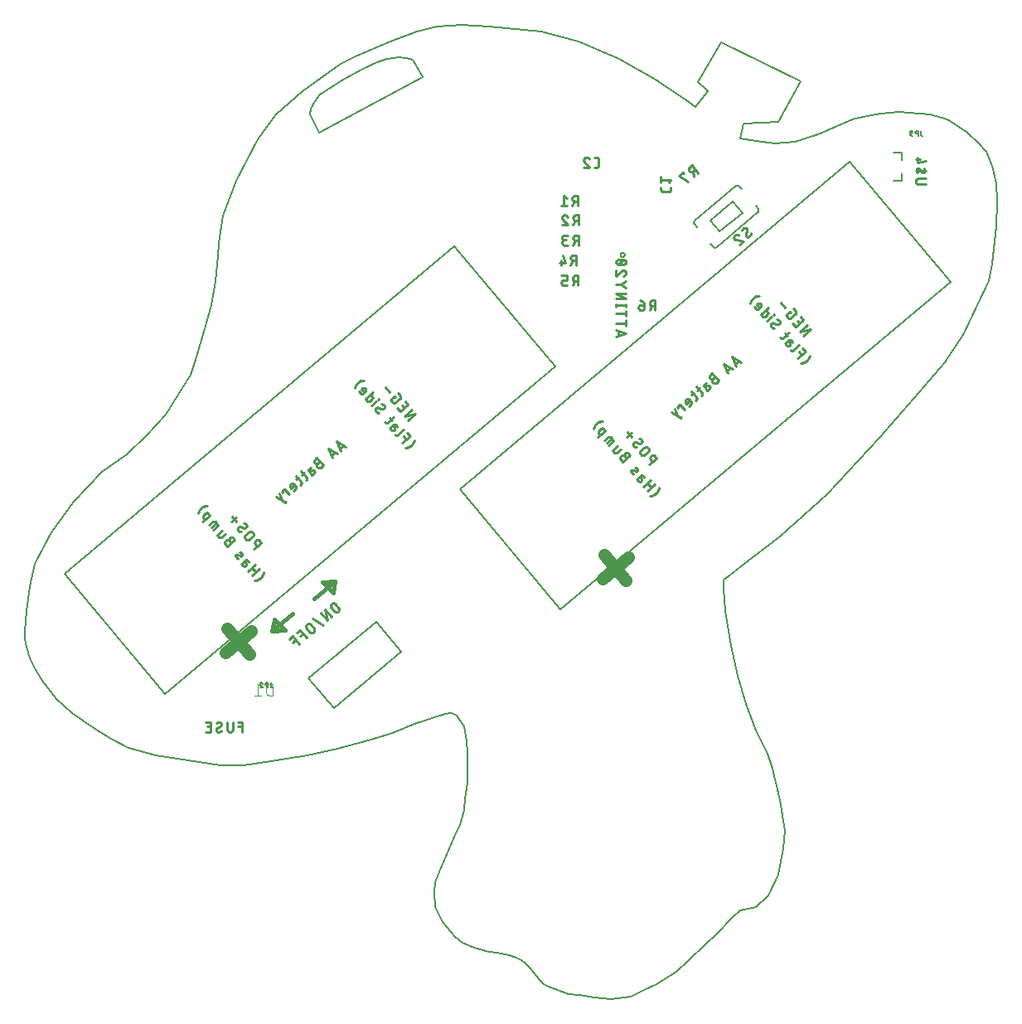
<source format=gbo>
G75*
%MOIN*%
%OFA0B0*%
%FSLAX25Y25*%
%IPPOS*%
%LPD*%
%AMOC8*
5,1,8,0,0,1.08239X$1,22.5*
%
%ADD10C,0.00600*%
%ADD11C,0.01600*%
%ADD12C,0.05100*%
%ADD13C,0.00500*%
%ADD14C,0.01000*%
%ADD15C,0.00800*%
%ADD16C,0.00400*%
D10*
X0083800Y0142400D02*
X0109800Y0138400D01*
X0119300Y0138400D01*
X0130300Y0139900D01*
X0144800Y0142400D01*
X0156800Y0144900D01*
X0169300Y0148400D01*
X0178300Y0150900D01*
X0187800Y0154900D01*
X0200300Y0158900D01*
X0202300Y0159400D01*
X0202800Y0159400D01*
X0204800Y0158400D01*
X0206300Y0156400D01*
X0207800Y0153900D01*
X0208800Y0147900D01*
X0209300Y0143400D01*
X0209300Y0131400D01*
X0208300Y0124900D01*
X0207800Y0120400D01*
X0206300Y0114400D01*
X0204300Y0110400D01*
X0198300Y0096400D01*
X0196300Y0091400D01*
X0195800Y0087400D01*
X0196300Y0081400D01*
X0199300Y0075400D01*
X0204300Y0069400D01*
X0207300Y0066900D01*
X0211800Y0064900D01*
X0217800Y0063400D01*
X0221300Y0062900D01*
X0225800Y0061900D01*
X0228800Y0060900D01*
X0230800Y0059900D01*
X0232300Y0058900D01*
X0234300Y0056900D01*
X0235800Y0054900D01*
X0238300Y0051900D01*
X0239800Y0050400D01*
X0241800Y0049400D01*
X0249800Y0046400D01*
X0254300Y0045900D01*
X0260300Y0044900D01*
X0266800Y0044400D01*
X0274800Y0045400D01*
X0280300Y0047900D01*
X0285300Y0050400D01*
X0287800Y0051900D01*
X0293300Y0055400D01*
X0298300Y0059900D01*
X0304800Y0066400D01*
X0309300Y0070400D01*
X0315800Y0077400D01*
X0318800Y0079900D01*
X0325300Y0081400D01*
X0330300Y0085900D01*
X0334300Y0094400D01*
X0336300Y0104900D01*
X0336800Y0111900D01*
X0334800Y0124400D01*
X0333300Y0131400D01*
X0331800Y0136900D01*
X0329800Y0142900D01*
X0325300Y0152400D01*
X0321300Y0162900D01*
X0317800Y0174400D01*
X0315300Y0186400D01*
X0312800Y0200400D01*
X0312300Y0209400D01*
X0312300Y0212900D01*
X0314300Y0214400D01*
X0319300Y0218400D01*
X0334800Y0230400D01*
X0353800Y0247400D01*
X0374800Y0269900D01*
X0390800Y0288400D01*
X0401300Y0300400D01*
X0408800Y0311900D01*
X0414300Y0323400D01*
X0418800Y0332900D01*
X0420300Y0339900D01*
X0421800Y0354900D01*
X0422300Y0364900D01*
X0421800Y0372400D01*
X0420300Y0379400D01*
X0417800Y0384900D01*
X0414800Y0388400D01*
X0409800Y0392900D01*
X0402300Y0397900D01*
X0395300Y0399900D01*
X0382800Y0400900D01*
X0375300Y0400400D01*
X0364800Y0398400D01*
X0360300Y0396400D01*
X0350300Y0391900D01*
X0340800Y0388900D01*
X0332800Y0388400D01*
X0325300Y0389400D01*
X0318800Y0390400D01*
X0320300Y0396400D01*
X0334300Y0396900D01*
X0343300Y0413400D01*
X0311300Y0428900D01*
X0301800Y0412900D01*
X0304800Y0410400D01*
X0305800Y0409400D01*
X0300800Y0402900D01*
X0298300Y0404900D01*
X0284800Y0413900D01*
X0270300Y0422400D01*
X0253800Y0429400D01*
X0238800Y0433400D01*
X0217800Y0435400D01*
X0206800Y0435900D01*
X0196800Y0435400D01*
X0188800Y0433400D01*
X0178300Y0429400D01*
X0164300Y0423400D01*
X0158300Y0420400D01*
X0142800Y0409400D01*
X0132300Y0399900D01*
X0124800Y0389900D01*
X0116300Y0373400D01*
X0110800Y0359400D01*
X0109300Y0348400D01*
X0108800Y0342900D01*
X0107800Y0332900D01*
X0106300Y0323400D01*
X0103800Y0314900D01*
X0099800Y0301400D01*
X0097800Y0295400D01*
X0087800Y0279400D01*
X0080300Y0270900D01*
X0072300Y0263400D01*
X0062300Y0256400D01*
X0050800Y0244400D01*
X0041800Y0231900D01*
X0035300Y0219400D01*
X0033300Y0210400D01*
X0031800Y0200400D01*
X0031300Y0192400D01*
X0031300Y0188900D01*
X0031800Y0185900D01*
X0033300Y0181400D01*
X0035300Y0177400D01*
X0038300Y0172400D01*
X0043800Y0164900D01*
X0050300Y0159400D01*
X0058800Y0153400D01*
X0065800Y0148900D01*
X0072800Y0145400D01*
X0083800Y0142400D01*
X0149700Y0392600D02*
X0145800Y0399900D01*
X0146300Y0402400D01*
X0147800Y0405400D01*
X0149800Y0407900D01*
X0159300Y0413900D01*
X0167300Y0418400D01*
X0172800Y0420900D01*
X0176800Y0422400D01*
X0181800Y0422900D01*
X0186300Y0422400D01*
X0187300Y0421900D01*
X0191200Y0415100D01*
X0149700Y0392600D01*
X0380670Y0384600D02*
X0384000Y0384600D01*
X0384000Y0381491D01*
X0384000Y0376411D02*
X0384000Y0373400D01*
X0380670Y0373400D01*
D11*
X0155891Y0212298D02*
X0155103Y0207573D01*
X0150772Y0211904D01*
X0155891Y0212298D01*
X0147623Y0205211D01*
X0138961Y0199306D02*
X0130694Y0192219D01*
X0131481Y0196943D01*
X0135812Y0192613D01*
X0130694Y0192219D01*
D12*
X0122210Y0192379D02*
X0111919Y0183590D01*
X0112670Y0193130D02*
X0121460Y0182839D01*
X0263419Y0213290D02*
X0273710Y0222079D01*
X0272960Y0212539D02*
X0264170Y0222830D01*
D13*
X0246631Y0200975D02*
X0206141Y0249230D01*
X0362969Y0380825D01*
X0403459Y0332570D01*
X0246631Y0200975D01*
X0182633Y0184056D02*
X0172510Y0196120D01*
X0145367Y0173344D01*
X0155490Y0161280D01*
X0182633Y0184056D01*
X0130805Y0169650D02*
X0130594Y0169650D01*
X0130555Y0169652D01*
X0130516Y0169657D01*
X0130479Y0169666D01*
X0130442Y0169678D01*
X0130406Y0169694D01*
X0130372Y0169713D01*
X0130340Y0169735D01*
X0130310Y0169760D01*
X0130282Y0169788D01*
X0130257Y0169818D01*
X0130235Y0169850D01*
X0130216Y0169884D01*
X0130200Y0169920D01*
X0130188Y0169957D01*
X0130179Y0169994D01*
X0130174Y0170033D01*
X0130172Y0170072D01*
X0130171Y0170072D02*
X0130171Y0171550D01*
X0128881Y0171550D02*
X0128353Y0171550D01*
X0128308Y0171548D01*
X0128264Y0171542D01*
X0128220Y0171533D01*
X0128177Y0171520D01*
X0128136Y0171503D01*
X0128095Y0171483D01*
X0128057Y0171459D01*
X0128021Y0171433D01*
X0127988Y0171403D01*
X0127957Y0171371D01*
X0127928Y0171336D01*
X0127903Y0171299D01*
X0127882Y0171260D01*
X0127863Y0171219D01*
X0127848Y0171177D01*
X0127837Y0171133D01*
X0127829Y0171089D01*
X0127825Y0171044D01*
X0127825Y0171000D01*
X0127829Y0170955D01*
X0127837Y0170911D01*
X0127848Y0170867D01*
X0127863Y0170825D01*
X0127882Y0170784D01*
X0127903Y0170745D01*
X0127928Y0170708D01*
X0127957Y0170673D01*
X0127988Y0170641D01*
X0128021Y0170611D01*
X0128057Y0170585D01*
X0128095Y0170561D01*
X0128136Y0170541D01*
X0128177Y0170524D01*
X0128220Y0170511D01*
X0128264Y0170502D01*
X0128308Y0170496D01*
X0128353Y0170494D01*
X0128881Y0170494D01*
X0128881Y0169650D02*
X0128881Y0171550D01*
X0125953Y0170706D02*
X0125925Y0170735D01*
X0125898Y0170767D01*
X0125875Y0170801D01*
X0125854Y0170837D01*
X0125836Y0170874D01*
X0125822Y0170913D01*
X0125810Y0170952D01*
X0125802Y0170993D01*
X0125797Y0171034D01*
X0125795Y0171075D01*
X0125954Y0170706D02*
X0126851Y0169650D01*
X0125795Y0169650D01*
X0126850Y0171128D02*
X0126834Y0171173D01*
X0126814Y0171216D01*
X0126790Y0171258D01*
X0126764Y0171298D01*
X0126734Y0171336D01*
X0126702Y0171371D01*
X0126666Y0171404D01*
X0126629Y0171433D01*
X0126589Y0171460D01*
X0126547Y0171483D01*
X0126504Y0171503D01*
X0126459Y0171520D01*
X0126413Y0171533D01*
X0126365Y0171542D01*
X0126318Y0171548D01*
X0126270Y0171550D01*
X0126229Y0171548D01*
X0126188Y0171543D01*
X0126147Y0171534D01*
X0126108Y0171521D01*
X0126069Y0171505D01*
X0126032Y0171486D01*
X0125998Y0171464D01*
X0125965Y0171439D01*
X0125934Y0171411D01*
X0125906Y0171380D01*
X0125881Y0171347D01*
X0125859Y0171312D01*
X0125840Y0171276D01*
X0125824Y0171237D01*
X0125811Y0171198D01*
X0125802Y0171157D01*
X0125797Y0171116D01*
X0125795Y0171075D01*
X0087631Y0166975D02*
X0047141Y0215230D01*
X0203969Y0346825D01*
X0244459Y0298570D01*
X0087631Y0166975D01*
X0270717Y0343577D02*
X0270719Y0343636D01*
X0270725Y0343694D01*
X0270735Y0343752D01*
X0270748Y0343809D01*
X0270766Y0343866D01*
X0270787Y0343921D01*
X0270812Y0343974D01*
X0270840Y0344025D01*
X0270871Y0344075D01*
X0270906Y0344122D01*
X0270944Y0344167D01*
X0270985Y0344210D01*
X0271029Y0344249D01*
X0271075Y0344285D01*
X0271123Y0344319D01*
X0271174Y0344349D01*
X0271227Y0344375D01*
X0271281Y0344398D01*
X0271336Y0344417D01*
X0271393Y0344433D01*
X0271451Y0344445D01*
X0271509Y0344453D01*
X0271568Y0344457D01*
X0271626Y0344457D01*
X0271685Y0344453D01*
X0271743Y0344445D01*
X0271801Y0344433D01*
X0271858Y0344417D01*
X0271913Y0344398D01*
X0271967Y0344375D01*
X0272020Y0344349D01*
X0272071Y0344319D01*
X0272119Y0344285D01*
X0272165Y0344249D01*
X0272209Y0344210D01*
X0272250Y0344167D01*
X0272288Y0344122D01*
X0272323Y0344075D01*
X0272354Y0344025D01*
X0272382Y0343974D01*
X0272407Y0343921D01*
X0272428Y0343866D01*
X0272446Y0343809D01*
X0272459Y0343752D01*
X0272469Y0343694D01*
X0272475Y0343636D01*
X0272477Y0343577D01*
X0272475Y0343518D01*
X0272469Y0343460D01*
X0272459Y0343402D01*
X0272446Y0343345D01*
X0272428Y0343288D01*
X0272407Y0343233D01*
X0272382Y0343180D01*
X0272354Y0343129D01*
X0272323Y0343079D01*
X0272288Y0343032D01*
X0272250Y0342987D01*
X0272209Y0342944D01*
X0272165Y0342905D01*
X0272119Y0342869D01*
X0272071Y0342835D01*
X0272020Y0342805D01*
X0271967Y0342779D01*
X0271913Y0342756D01*
X0271858Y0342737D01*
X0271801Y0342721D01*
X0271743Y0342709D01*
X0271685Y0342701D01*
X0271626Y0342697D01*
X0271568Y0342697D01*
X0271509Y0342701D01*
X0271451Y0342709D01*
X0271393Y0342721D01*
X0271336Y0342737D01*
X0271281Y0342756D01*
X0271227Y0342779D01*
X0271174Y0342805D01*
X0271123Y0342835D01*
X0271075Y0342869D01*
X0271029Y0342905D01*
X0270985Y0342944D01*
X0270944Y0342987D01*
X0270906Y0343032D01*
X0270871Y0343079D01*
X0270840Y0343129D01*
X0270812Y0343180D01*
X0270787Y0343233D01*
X0270766Y0343288D01*
X0270748Y0343345D01*
X0270735Y0343402D01*
X0270725Y0343460D01*
X0270719Y0343518D01*
X0270717Y0343577D01*
X0387823Y0391450D02*
X0388351Y0391450D01*
X0387823Y0391450D02*
X0387778Y0391452D01*
X0387734Y0391458D01*
X0387690Y0391467D01*
X0387647Y0391480D01*
X0387606Y0391497D01*
X0387565Y0391517D01*
X0387527Y0391541D01*
X0387491Y0391567D01*
X0387458Y0391597D01*
X0387427Y0391629D01*
X0387398Y0391664D01*
X0387373Y0391701D01*
X0387352Y0391740D01*
X0387333Y0391781D01*
X0387318Y0391823D01*
X0387307Y0391867D01*
X0387299Y0391911D01*
X0387295Y0391956D01*
X0387295Y0392000D01*
X0387299Y0392045D01*
X0387307Y0392089D01*
X0387318Y0392133D01*
X0387333Y0392175D01*
X0387352Y0392216D01*
X0387373Y0392255D01*
X0387398Y0392292D01*
X0387427Y0392327D01*
X0387458Y0392359D01*
X0387491Y0392389D01*
X0387527Y0392415D01*
X0387565Y0392439D01*
X0387606Y0392459D01*
X0387647Y0392476D01*
X0387690Y0392489D01*
X0387734Y0392498D01*
X0387778Y0392504D01*
X0387823Y0392506D01*
X0387717Y0392506D02*
X0388140Y0392506D01*
X0387717Y0392506D02*
X0387677Y0392508D01*
X0387637Y0392514D01*
X0387598Y0392523D01*
X0387560Y0392536D01*
X0387524Y0392553D01*
X0387489Y0392573D01*
X0387456Y0392596D01*
X0387426Y0392623D01*
X0387398Y0392652D01*
X0387373Y0392683D01*
X0387352Y0392717D01*
X0387333Y0392753D01*
X0387318Y0392790D01*
X0387307Y0392829D01*
X0387299Y0392868D01*
X0387295Y0392908D01*
X0387295Y0392948D01*
X0387299Y0392988D01*
X0387307Y0393027D01*
X0387318Y0393066D01*
X0387333Y0393103D01*
X0387352Y0393139D01*
X0387373Y0393173D01*
X0387398Y0393204D01*
X0387426Y0393233D01*
X0387456Y0393260D01*
X0387489Y0393283D01*
X0387524Y0393303D01*
X0387560Y0393320D01*
X0387598Y0393333D01*
X0387637Y0393342D01*
X0387677Y0393348D01*
X0387717Y0393350D01*
X0388351Y0393350D01*
X0389853Y0393350D02*
X0390381Y0393350D01*
X0390381Y0391450D01*
X0390381Y0392294D02*
X0389853Y0392294D01*
X0389808Y0392296D01*
X0389764Y0392302D01*
X0389720Y0392311D01*
X0389677Y0392324D01*
X0389636Y0392341D01*
X0389595Y0392361D01*
X0389557Y0392385D01*
X0389521Y0392411D01*
X0389488Y0392441D01*
X0389457Y0392473D01*
X0389428Y0392508D01*
X0389403Y0392545D01*
X0389382Y0392584D01*
X0389363Y0392625D01*
X0389348Y0392667D01*
X0389337Y0392711D01*
X0389329Y0392755D01*
X0389325Y0392800D01*
X0389325Y0392844D01*
X0389329Y0392889D01*
X0389337Y0392933D01*
X0389348Y0392977D01*
X0389363Y0393019D01*
X0389382Y0393060D01*
X0389403Y0393099D01*
X0389428Y0393136D01*
X0389457Y0393171D01*
X0389488Y0393203D01*
X0389521Y0393233D01*
X0389557Y0393259D01*
X0389595Y0393283D01*
X0389636Y0393303D01*
X0389677Y0393320D01*
X0389720Y0393333D01*
X0389764Y0393342D01*
X0389808Y0393348D01*
X0389853Y0393350D01*
X0391671Y0393350D02*
X0391671Y0391872D01*
X0391672Y0391872D02*
X0391674Y0391833D01*
X0391679Y0391794D01*
X0391688Y0391757D01*
X0391700Y0391720D01*
X0391716Y0391684D01*
X0391735Y0391650D01*
X0391757Y0391618D01*
X0391782Y0391588D01*
X0391810Y0391560D01*
X0391840Y0391535D01*
X0391872Y0391513D01*
X0391906Y0391494D01*
X0391942Y0391478D01*
X0391979Y0391466D01*
X0392016Y0391457D01*
X0392055Y0391452D01*
X0392094Y0391450D01*
X0392305Y0391450D01*
D14*
X0390289Y0382772D02*
X0390289Y0380550D01*
X0393400Y0381439D01*
X0391178Y0382106D02*
X0389400Y0382106D01*
X0391067Y0378017D02*
X0391400Y0377461D01*
X0391733Y0376906D01*
X0390067Y0376572D02*
X0390028Y0376641D01*
X0389991Y0376712D01*
X0389959Y0376784D01*
X0389929Y0376858D01*
X0389903Y0376933D01*
X0389880Y0377009D01*
X0389860Y0377085D01*
X0389844Y0377163D01*
X0389832Y0377242D01*
X0389823Y0377320D01*
X0389818Y0377399D01*
X0389816Y0377479D01*
X0389818Y0377558D01*
X0389823Y0377637D01*
X0389832Y0377716D01*
X0389845Y0377794D01*
X0389400Y0377461D02*
X0393400Y0377461D01*
X0392956Y0377128D02*
X0392945Y0377079D01*
X0392931Y0377031D01*
X0392913Y0376984D01*
X0392891Y0376938D01*
X0392866Y0376895D01*
X0392838Y0376853D01*
X0392806Y0376814D01*
X0392772Y0376777D01*
X0392735Y0376743D01*
X0392696Y0376712D01*
X0392655Y0376684D01*
X0392611Y0376659D01*
X0392566Y0376637D01*
X0392519Y0376619D01*
X0392471Y0376605D01*
X0392422Y0376594D01*
X0392372Y0376587D01*
X0392322Y0376583D01*
X0392272Y0376584D01*
X0392222Y0376588D01*
X0392172Y0376596D01*
X0392123Y0376608D01*
X0392076Y0376623D01*
X0392029Y0376642D01*
X0391984Y0376665D01*
X0391941Y0376690D01*
X0391900Y0376719D01*
X0391861Y0376751D01*
X0391825Y0376786D01*
X0391792Y0376823D01*
X0391761Y0376863D01*
X0391734Y0376905D01*
X0392955Y0377128D02*
X0392968Y0377206D01*
X0392977Y0377285D01*
X0392982Y0377364D01*
X0392984Y0377443D01*
X0392982Y0377523D01*
X0392977Y0377602D01*
X0392968Y0377680D01*
X0392956Y0377759D01*
X0392940Y0377837D01*
X0392920Y0377913D01*
X0392897Y0377989D01*
X0392871Y0378064D01*
X0392841Y0378138D01*
X0392809Y0378210D01*
X0392772Y0378281D01*
X0392733Y0378350D01*
X0391066Y0378017D02*
X0391039Y0378059D01*
X0391008Y0378099D01*
X0390975Y0378136D01*
X0390939Y0378171D01*
X0390900Y0378203D01*
X0390859Y0378232D01*
X0390816Y0378257D01*
X0390771Y0378280D01*
X0390724Y0378299D01*
X0390677Y0378314D01*
X0390628Y0378326D01*
X0390578Y0378334D01*
X0390528Y0378338D01*
X0390478Y0378339D01*
X0390428Y0378335D01*
X0390378Y0378328D01*
X0390329Y0378317D01*
X0390281Y0378303D01*
X0390234Y0378285D01*
X0390189Y0378263D01*
X0390145Y0378238D01*
X0390104Y0378210D01*
X0390065Y0378179D01*
X0390028Y0378145D01*
X0389994Y0378108D01*
X0389962Y0378069D01*
X0389934Y0378027D01*
X0389909Y0377984D01*
X0389887Y0377938D01*
X0389869Y0377891D01*
X0389855Y0377843D01*
X0389844Y0377794D01*
X0390511Y0374222D02*
X0393400Y0374222D01*
X0393400Y0372000D02*
X0390511Y0372000D01*
X0390445Y0372002D01*
X0390380Y0372008D01*
X0390314Y0372018D01*
X0390250Y0372031D01*
X0390187Y0372048D01*
X0390124Y0372070D01*
X0390063Y0372094D01*
X0390004Y0372123D01*
X0389946Y0372154D01*
X0389890Y0372190D01*
X0389837Y0372228D01*
X0389786Y0372269D01*
X0389737Y0372314D01*
X0389691Y0372361D01*
X0389648Y0372411D01*
X0389608Y0372463D01*
X0389572Y0372518D01*
X0389538Y0372575D01*
X0389508Y0372633D01*
X0389481Y0372693D01*
X0389459Y0372755D01*
X0389439Y0372818D01*
X0389424Y0372882D01*
X0389412Y0372947D01*
X0389404Y0373012D01*
X0389400Y0373078D01*
X0389400Y0373144D01*
X0389404Y0373210D01*
X0389412Y0373275D01*
X0389424Y0373340D01*
X0389439Y0373404D01*
X0389459Y0373467D01*
X0389481Y0373529D01*
X0389508Y0373589D01*
X0389538Y0373647D01*
X0389572Y0373704D01*
X0389608Y0373759D01*
X0389648Y0373811D01*
X0389691Y0373861D01*
X0389737Y0373908D01*
X0389786Y0373953D01*
X0389837Y0373994D01*
X0389890Y0374032D01*
X0389946Y0374068D01*
X0390004Y0374099D01*
X0390063Y0374128D01*
X0390124Y0374152D01*
X0390187Y0374174D01*
X0390250Y0374191D01*
X0390314Y0374204D01*
X0390380Y0374214D01*
X0390445Y0374220D01*
X0390511Y0374222D01*
X0340289Y0321862D02*
X0341146Y0320841D01*
X0341182Y0320796D01*
X0341215Y0320748D01*
X0341244Y0320698D01*
X0341271Y0320646D01*
X0341294Y0320592D01*
X0341313Y0320537D01*
X0341329Y0320481D01*
X0341340Y0320424D01*
X0341349Y0320367D01*
X0341353Y0320309D01*
X0341354Y0320251D01*
X0341351Y0320193D01*
X0341344Y0320135D01*
X0341333Y0320078D01*
X0341318Y0320021D01*
X0341300Y0319966D01*
X0341279Y0319912D01*
X0341254Y0319860D01*
X0341225Y0319809D01*
X0341193Y0319760D01*
X0341158Y0319714D01*
X0341120Y0319669D01*
X0341080Y0319628D01*
X0341036Y0319589D01*
X0341037Y0319589D02*
X0339335Y0318160D01*
X0339334Y0318160D02*
X0339289Y0318124D01*
X0339241Y0318091D01*
X0339191Y0318062D01*
X0339139Y0318035D01*
X0339085Y0318012D01*
X0339030Y0317993D01*
X0338974Y0317977D01*
X0338917Y0317966D01*
X0338860Y0317957D01*
X0338802Y0317953D01*
X0338744Y0317952D01*
X0338686Y0317955D01*
X0338628Y0317962D01*
X0338571Y0317973D01*
X0338514Y0317988D01*
X0338459Y0318006D01*
X0338405Y0318027D01*
X0338353Y0318052D01*
X0338302Y0318081D01*
X0338253Y0318113D01*
X0338207Y0318148D01*
X0338162Y0318186D01*
X0338121Y0318226D01*
X0338082Y0318270D01*
X0337225Y0319291D01*
X0338927Y0320720D01*
X0339356Y0320209D01*
X0336806Y0322210D02*
X0335092Y0324253D01*
X0330206Y0322211D02*
X0327142Y0319640D01*
X0327856Y0318788D01*
X0327890Y0318751D01*
X0327926Y0318717D01*
X0327964Y0318685D01*
X0328005Y0318657D01*
X0328048Y0318631D01*
X0328093Y0318609D01*
X0328139Y0318590D01*
X0328186Y0318575D01*
X0328235Y0318563D01*
X0328284Y0318555D01*
X0328334Y0318551D01*
X0328384Y0318550D01*
X0328433Y0318553D01*
X0328483Y0318560D01*
X0328532Y0318571D01*
X0328579Y0318585D01*
X0328626Y0318602D01*
X0328671Y0318623D01*
X0328715Y0318648D01*
X0328756Y0318675D01*
X0328796Y0318706D01*
X0329817Y0319563D01*
X0329854Y0319597D01*
X0329888Y0319633D01*
X0329920Y0319671D01*
X0329948Y0319712D01*
X0329974Y0319755D01*
X0329996Y0319800D01*
X0330015Y0319846D01*
X0330030Y0319893D01*
X0330042Y0319942D01*
X0330050Y0319991D01*
X0330054Y0320041D01*
X0330055Y0320091D01*
X0330052Y0320140D01*
X0330045Y0320190D01*
X0330034Y0320239D01*
X0330020Y0320286D01*
X0330003Y0320333D01*
X0329982Y0320378D01*
X0329957Y0320422D01*
X0329930Y0320463D01*
X0329899Y0320503D01*
X0329185Y0321354D01*
X0327017Y0322554D02*
X0326166Y0321840D01*
X0326167Y0321840D02*
X0326127Y0321809D01*
X0326086Y0321782D01*
X0326042Y0321757D01*
X0325997Y0321736D01*
X0325950Y0321719D01*
X0325903Y0321705D01*
X0325854Y0321694D01*
X0325804Y0321687D01*
X0325755Y0321684D01*
X0325705Y0321685D01*
X0325655Y0321689D01*
X0325606Y0321697D01*
X0325557Y0321709D01*
X0325510Y0321724D01*
X0325464Y0321743D01*
X0325419Y0321765D01*
X0325376Y0321791D01*
X0325335Y0321819D01*
X0325297Y0321851D01*
X0325261Y0321885D01*
X0325227Y0321922D01*
X0324513Y0322773D01*
X0325534Y0323630D02*
X0326677Y0322268D01*
X0327017Y0322554D02*
X0327061Y0322593D01*
X0327101Y0322634D01*
X0327139Y0322679D01*
X0327174Y0322725D01*
X0327206Y0322774D01*
X0327235Y0322824D01*
X0327260Y0322877D01*
X0327281Y0322931D01*
X0327299Y0322986D01*
X0327314Y0323043D01*
X0327325Y0323100D01*
X0327332Y0323158D01*
X0327335Y0323216D01*
X0327334Y0323274D01*
X0327330Y0323332D01*
X0327321Y0323389D01*
X0327310Y0323446D01*
X0327294Y0323502D01*
X0327275Y0323557D01*
X0327252Y0323611D01*
X0327225Y0323663D01*
X0327196Y0323713D01*
X0327163Y0323761D01*
X0327127Y0323806D01*
X0327088Y0323850D01*
X0327047Y0323890D01*
X0327002Y0323928D01*
X0326956Y0323963D01*
X0326907Y0323995D01*
X0326856Y0324024D01*
X0326804Y0324049D01*
X0326750Y0324070D01*
X0326695Y0324088D01*
X0326638Y0324103D01*
X0326581Y0324114D01*
X0326523Y0324121D01*
X0326465Y0324124D01*
X0326407Y0324123D01*
X0326349Y0324119D01*
X0326292Y0324110D01*
X0326235Y0324099D01*
X0326179Y0324083D01*
X0326124Y0324064D01*
X0326070Y0324041D01*
X0326018Y0324014D01*
X0325968Y0323985D01*
X0325920Y0323952D01*
X0325875Y0323916D01*
X0325534Y0323630D01*
X0322921Y0323978D02*
X0322944Y0324097D01*
X0322971Y0324214D01*
X0323001Y0324331D01*
X0323035Y0324447D01*
X0323073Y0324562D01*
X0323114Y0324675D01*
X0323159Y0324787D01*
X0323208Y0324897D01*
X0323259Y0325006D01*
X0323315Y0325114D01*
X0323373Y0325219D01*
X0323435Y0325322D01*
X0323501Y0325424D01*
X0323569Y0325523D01*
X0323641Y0325621D01*
X0323715Y0325715D01*
X0323793Y0325808D01*
X0323873Y0325898D01*
X0323957Y0325985D01*
X0324043Y0326070D01*
X0324131Y0326152D01*
X0324223Y0326231D01*
X0324316Y0326307D01*
X0324412Y0326380D01*
X0324511Y0326450D01*
X0324611Y0326517D01*
X0324714Y0326580D01*
X0324818Y0326641D01*
X0324924Y0326698D01*
X0325032Y0326751D01*
X0325142Y0326801D01*
X0325253Y0326848D01*
X0325366Y0326891D01*
X0325480Y0326931D01*
X0325595Y0326966D01*
X0325712Y0326999D01*
X0325829Y0327027D01*
X0325947Y0327052D01*
X0326066Y0327073D01*
X0326185Y0327090D01*
X0326305Y0327104D01*
X0326425Y0327113D01*
X0326546Y0327119D01*
X0326667Y0327121D01*
X0332512Y0319463D02*
X0332342Y0319320D01*
X0332485Y0319150D01*
X0332655Y0319293D01*
X0332512Y0319463D01*
X0331562Y0318521D02*
X0329519Y0316807D01*
X0332296Y0316090D02*
X0333592Y0315583D01*
X0334584Y0316995D02*
X0334533Y0317052D01*
X0334480Y0317107D01*
X0334425Y0317160D01*
X0334367Y0317210D01*
X0334306Y0317257D01*
X0334244Y0317302D01*
X0334180Y0317343D01*
X0334113Y0317382D01*
X0334046Y0317417D01*
X0333976Y0317450D01*
X0333905Y0317479D01*
X0333833Y0317505D01*
X0333760Y0317527D01*
X0333686Y0317546D01*
X0333592Y0315583D02*
X0333648Y0315565D01*
X0333704Y0315551D01*
X0333762Y0315541D01*
X0333820Y0315534D01*
X0333879Y0315531D01*
X0333937Y0315532D01*
X0333996Y0315537D01*
X0334054Y0315545D01*
X0334111Y0315558D01*
X0334167Y0315574D01*
X0334223Y0315593D01*
X0334276Y0315616D01*
X0334329Y0315643D01*
X0334379Y0315673D01*
X0334427Y0315706D01*
X0334473Y0315742D01*
X0334517Y0315781D01*
X0334557Y0315822D01*
X0334595Y0315867D01*
X0334630Y0315913D01*
X0334662Y0315962D01*
X0334691Y0316013D01*
X0334716Y0316065D01*
X0334737Y0316119D01*
X0334755Y0316174D01*
X0334770Y0316231D01*
X0334781Y0316288D01*
X0334788Y0316346D01*
X0334791Y0316404D01*
X0334790Y0316462D01*
X0334786Y0316520D01*
X0334777Y0316577D01*
X0334766Y0316634D01*
X0334750Y0316690D01*
X0334731Y0316745D01*
X0334708Y0316799D01*
X0334681Y0316851D01*
X0334652Y0316901D01*
X0334619Y0316949D01*
X0334583Y0316994D01*
X0332587Y0314014D02*
X0332505Y0314023D01*
X0332424Y0314035D01*
X0332343Y0314051D01*
X0332263Y0314070D01*
X0332184Y0314093D01*
X0332106Y0314119D01*
X0332029Y0314149D01*
X0331953Y0314182D01*
X0331879Y0314218D01*
X0331807Y0314258D01*
X0331737Y0314300D01*
X0331668Y0314346D01*
X0331601Y0314395D01*
X0331537Y0314446D01*
X0331475Y0314501D01*
X0331416Y0314557D01*
X0331359Y0314617D01*
X0331304Y0314679D01*
X0331305Y0314679D02*
X0331269Y0314724D01*
X0331236Y0314772D01*
X0331207Y0314822D01*
X0331180Y0314874D01*
X0331157Y0314928D01*
X0331138Y0314983D01*
X0331122Y0315039D01*
X0331111Y0315096D01*
X0331102Y0315153D01*
X0331098Y0315211D01*
X0331097Y0315269D01*
X0331100Y0315327D01*
X0331107Y0315385D01*
X0331118Y0315442D01*
X0331133Y0315499D01*
X0331151Y0315554D01*
X0331172Y0315608D01*
X0331197Y0315660D01*
X0331226Y0315711D01*
X0331258Y0315760D01*
X0331293Y0315806D01*
X0331331Y0315851D01*
X0331371Y0315892D01*
X0331415Y0315931D01*
X0331461Y0315967D01*
X0331509Y0316000D01*
X0331559Y0316030D01*
X0331612Y0316057D01*
X0331665Y0316080D01*
X0331721Y0316099D01*
X0331777Y0316115D01*
X0331834Y0316128D01*
X0331892Y0316136D01*
X0331951Y0316141D01*
X0332009Y0316142D01*
X0332068Y0316139D01*
X0332126Y0316132D01*
X0332184Y0316122D01*
X0332240Y0316108D01*
X0332296Y0316090D01*
X0336960Y0312088D02*
X0337817Y0311067D01*
X0338552Y0312264D02*
X0335999Y0310122D01*
X0335999Y0310121D02*
X0335959Y0310090D01*
X0335918Y0310063D01*
X0335874Y0310038D01*
X0335829Y0310017D01*
X0335782Y0310000D01*
X0335735Y0309986D01*
X0335686Y0309975D01*
X0335636Y0309968D01*
X0335587Y0309965D01*
X0335537Y0309966D01*
X0335487Y0309970D01*
X0335438Y0309978D01*
X0335389Y0309990D01*
X0335342Y0310005D01*
X0335296Y0310024D01*
X0335251Y0310046D01*
X0335208Y0310072D01*
X0335167Y0310100D01*
X0335129Y0310132D01*
X0335093Y0310166D01*
X0335059Y0310203D01*
X0335060Y0310204D02*
X0334917Y0310374D01*
X0336977Y0307919D02*
X0337620Y0307153D01*
X0337619Y0307153D02*
X0337655Y0307113D01*
X0337694Y0307075D01*
X0337736Y0307040D01*
X0337780Y0307008D01*
X0337826Y0306979D01*
X0337874Y0306954D01*
X0337924Y0306932D01*
X0337975Y0306913D01*
X0338027Y0306898D01*
X0338080Y0306887D01*
X0338134Y0306879D01*
X0338188Y0306875D01*
X0338242Y0306875D01*
X0338296Y0306879D01*
X0338350Y0306887D01*
X0338403Y0306898D01*
X0338455Y0306913D01*
X0338506Y0306932D01*
X0338556Y0306954D01*
X0338604Y0306979D01*
X0338650Y0307008D01*
X0338694Y0307040D01*
X0338736Y0307075D01*
X0338775Y0307113D01*
X0338811Y0307153D01*
X0338844Y0307196D01*
X0338875Y0307241D01*
X0338902Y0307288D01*
X0338926Y0307337D01*
X0338946Y0307387D01*
X0338963Y0307439D01*
X0338976Y0307491D01*
X0338985Y0307545D01*
X0338991Y0307599D01*
X0338993Y0307653D01*
X0338991Y0307707D01*
X0338985Y0307761D01*
X0338976Y0307815D01*
X0338963Y0307867D01*
X0338946Y0307919D01*
X0338926Y0307969D01*
X0338902Y0308018D01*
X0338875Y0308065D01*
X0338844Y0308110D01*
X0338811Y0308153D01*
X0338168Y0308919D01*
X0338509Y0309205D02*
X0336977Y0307919D01*
X0338508Y0309205D02*
X0338548Y0309236D01*
X0338589Y0309263D01*
X0338633Y0309288D01*
X0338678Y0309309D01*
X0338725Y0309326D01*
X0338772Y0309340D01*
X0338821Y0309351D01*
X0338871Y0309358D01*
X0338920Y0309361D01*
X0338970Y0309360D01*
X0339020Y0309356D01*
X0339069Y0309348D01*
X0339118Y0309336D01*
X0339165Y0309321D01*
X0339211Y0309302D01*
X0339256Y0309280D01*
X0339299Y0309254D01*
X0339340Y0309226D01*
X0339378Y0309194D01*
X0339414Y0309160D01*
X0339448Y0309123D01*
X0340019Y0308442D01*
X0340153Y0305171D02*
X0340113Y0305140D01*
X0340072Y0305113D01*
X0340028Y0305088D01*
X0339983Y0305067D01*
X0339936Y0305050D01*
X0339889Y0305036D01*
X0339840Y0305025D01*
X0339790Y0305018D01*
X0339741Y0305015D01*
X0339691Y0305016D01*
X0339641Y0305020D01*
X0339592Y0305028D01*
X0339543Y0305040D01*
X0339496Y0305055D01*
X0339450Y0305074D01*
X0339405Y0305096D01*
X0339362Y0305122D01*
X0339321Y0305150D01*
X0339283Y0305182D01*
X0339247Y0305216D01*
X0339213Y0305253D01*
X0340153Y0305171D02*
X0342706Y0307314D01*
X0343908Y0305882D02*
X0345051Y0304520D01*
X0341987Y0301949D01*
X0343053Y0299986D02*
X0343174Y0299988D01*
X0343294Y0299994D01*
X0343415Y0300003D01*
X0343534Y0300017D01*
X0343654Y0300034D01*
X0343773Y0300055D01*
X0343891Y0300080D01*
X0344008Y0300108D01*
X0344124Y0300141D01*
X0344239Y0300176D01*
X0344353Y0300216D01*
X0344466Y0300259D01*
X0344577Y0300306D01*
X0344687Y0300356D01*
X0344795Y0300409D01*
X0344902Y0300466D01*
X0345006Y0300527D01*
X0345108Y0300590D01*
X0345209Y0300657D01*
X0345307Y0300727D01*
X0345403Y0300800D01*
X0345497Y0300876D01*
X0343689Y0303377D02*
X0342546Y0304739D01*
X0346799Y0303128D02*
X0346776Y0303009D01*
X0346749Y0302892D01*
X0346719Y0302775D01*
X0346685Y0302659D01*
X0346647Y0302545D01*
X0346606Y0302431D01*
X0346561Y0302319D01*
X0346512Y0302209D01*
X0346461Y0302100D01*
X0346405Y0301992D01*
X0346347Y0301887D01*
X0346285Y0301784D01*
X0346219Y0301682D01*
X0346151Y0301583D01*
X0346079Y0301485D01*
X0346005Y0301391D01*
X0345927Y0301298D01*
X0345847Y0301208D01*
X0345763Y0301121D01*
X0345677Y0301036D01*
X0345589Y0300954D01*
X0345497Y0300875D01*
X0344246Y0310924D02*
X0347310Y0313495D01*
X0342817Y0312627D01*
X0345882Y0315198D01*
X0344215Y0317184D02*
X0343072Y0318546D01*
X0344215Y0317184D02*
X0341150Y0314613D01*
X0340008Y0315975D01*
X0341996Y0317063D02*
X0342853Y0316042D01*
X0319289Y0300447D02*
X0315697Y0302654D01*
X0317246Y0298733D01*
X0316859Y0299713D02*
X0318391Y0300999D01*
X0315842Y0297554D02*
X0312249Y0299762D01*
X0313799Y0295840D01*
X0313412Y0296821D02*
X0314944Y0298106D01*
X0310182Y0292805D02*
X0307611Y0295869D01*
X0306760Y0295155D01*
X0306716Y0295116D01*
X0306676Y0295075D01*
X0306638Y0295030D01*
X0306603Y0294984D01*
X0306571Y0294935D01*
X0306542Y0294884D01*
X0306517Y0294832D01*
X0306496Y0294778D01*
X0306478Y0294723D01*
X0306463Y0294666D01*
X0306452Y0294609D01*
X0306445Y0294551D01*
X0306442Y0294493D01*
X0306443Y0294435D01*
X0306447Y0294377D01*
X0306456Y0294320D01*
X0306467Y0294263D01*
X0306483Y0294207D01*
X0306502Y0294152D01*
X0306525Y0294098D01*
X0306552Y0294046D01*
X0306581Y0293996D01*
X0306614Y0293948D01*
X0306650Y0293903D01*
X0306689Y0293859D01*
X0306730Y0293819D01*
X0306775Y0293781D01*
X0306821Y0293746D01*
X0306870Y0293714D01*
X0306921Y0293685D01*
X0306973Y0293660D01*
X0307027Y0293639D01*
X0307082Y0293621D01*
X0307139Y0293606D01*
X0307196Y0293595D01*
X0307254Y0293588D01*
X0307312Y0293585D01*
X0307370Y0293586D01*
X0307428Y0293590D01*
X0307485Y0293599D01*
X0307542Y0293610D01*
X0307598Y0293626D01*
X0307653Y0293645D01*
X0307707Y0293668D01*
X0307759Y0293695D01*
X0307809Y0293724D01*
X0307857Y0293757D01*
X0307902Y0293793D01*
X0308753Y0294507D01*
X0307902Y0293793D02*
X0307853Y0293749D01*
X0307806Y0293703D01*
X0307763Y0293653D01*
X0307722Y0293602D01*
X0307684Y0293547D01*
X0307650Y0293491D01*
X0307619Y0293433D01*
X0307592Y0293373D01*
X0307568Y0293312D01*
X0307548Y0293249D01*
X0307532Y0293185D01*
X0307519Y0293120D01*
X0307511Y0293055D01*
X0307506Y0292990D01*
X0307505Y0292924D01*
X0307508Y0292858D01*
X0307515Y0292792D01*
X0307526Y0292727D01*
X0307541Y0292663D01*
X0307559Y0292600D01*
X0307581Y0292538D01*
X0307607Y0292477D01*
X0307636Y0292418D01*
X0307669Y0292361D01*
X0307705Y0292306D01*
X0307744Y0292253D01*
X0307786Y0292203D01*
X0307832Y0292155D01*
X0307880Y0292110D01*
X0307930Y0292068D01*
X0307983Y0292029D01*
X0308038Y0291993D01*
X0308096Y0291960D01*
X0308155Y0291931D01*
X0308215Y0291906D01*
X0308278Y0291884D01*
X0308341Y0291866D01*
X0308405Y0291851D01*
X0308470Y0291841D01*
X0308536Y0291834D01*
X0308601Y0291831D01*
X0308667Y0291832D01*
X0308733Y0291837D01*
X0308798Y0291846D01*
X0308863Y0291859D01*
X0308926Y0291875D01*
X0308989Y0291896D01*
X0309050Y0291919D01*
X0309110Y0291947D01*
X0309168Y0291978D01*
X0309224Y0292012D01*
X0309278Y0292050D01*
X0309330Y0292091D01*
X0309331Y0292091D02*
X0310182Y0292805D01*
X0306434Y0289660D02*
X0305668Y0289017D01*
X0304382Y0290549D01*
X0304668Y0290209D02*
X0305434Y0290852D01*
X0304382Y0290549D02*
X0304351Y0290589D01*
X0304324Y0290630D01*
X0304299Y0290674D01*
X0304278Y0290719D01*
X0304261Y0290766D01*
X0304247Y0290813D01*
X0304236Y0290862D01*
X0304229Y0290912D01*
X0304226Y0290961D01*
X0304227Y0291011D01*
X0304231Y0291061D01*
X0304239Y0291110D01*
X0304251Y0291159D01*
X0304266Y0291206D01*
X0304285Y0291252D01*
X0304307Y0291297D01*
X0304333Y0291340D01*
X0304361Y0291381D01*
X0304393Y0291419D01*
X0304427Y0291455D01*
X0304464Y0291489D01*
X0304464Y0291488D02*
X0305145Y0292060D01*
X0305434Y0290852D02*
X0305477Y0290885D01*
X0305522Y0290916D01*
X0305569Y0290943D01*
X0305618Y0290967D01*
X0305668Y0290987D01*
X0305720Y0291004D01*
X0305772Y0291017D01*
X0305826Y0291026D01*
X0305880Y0291032D01*
X0305934Y0291034D01*
X0305988Y0291032D01*
X0306042Y0291026D01*
X0306096Y0291017D01*
X0306148Y0291004D01*
X0306200Y0290987D01*
X0306250Y0290967D01*
X0306299Y0290943D01*
X0306346Y0290916D01*
X0306391Y0290885D01*
X0306434Y0290852D01*
X0306474Y0290816D01*
X0306512Y0290777D01*
X0306547Y0290735D01*
X0306579Y0290691D01*
X0306608Y0290645D01*
X0306633Y0290597D01*
X0306655Y0290547D01*
X0306674Y0290496D01*
X0306689Y0290444D01*
X0306700Y0290391D01*
X0306708Y0290337D01*
X0306712Y0290283D01*
X0306712Y0290229D01*
X0306708Y0290175D01*
X0306700Y0290121D01*
X0306689Y0290068D01*
X0306674Y0290016D01*
X0306655Y0289965D01*
X0306633Y0289915D01*
X0306608Y0289867D01*
X0306579Y0289821D01*
X0306547Y0289777D01*
X0306512Y0289735D01*
X0306474Y0289696D01*
X0306434Y0289660D01*
X0303465Y0288039D02*
X0301323Y0290593D01*
X0302520Y0289857D02*
X0301499Y0289000D01*
X0300337Y0288025D02*
X0299316Y0287168D01*
X0299139Y0288761D02*
X0301282Y0286207D01*
X0301282Y0286208D02*
X0301313Y0286168D01*
X0301340Y0286127D01*
X0301365Y0286083D01*
X0301386Y0286038D01*
X0301403Y0285991D01*
X0301417Y0285944D01*
X0301428Y0285895D01*
X0301435Y0285845D01*
X0301438Y0285796D01*
X0301437Y0285746D01*
X0301433Y0285696D01*
X0301425Y0285647D01*
X0301413Y0285598D01*
X0301398Y0285551D01*
X0301379Y0285505D01*
X0301357Y0285460D01*
X0301331Y0285417D01*
X0301303Y0285376D01*
X0301271Y0285338D01*
X0301237Y0285302D01*
X0301200Y0285268D01*
X0301030Y0285125D01*
X0299101Y0284377D02*
X0298387Y0285228D01*
X0298673Y0284888D02*
X0297311Y0283745D01*
X0297025Y0284086D01*
X0296989Y0284131D01*
X0296956Y0284179D01*
X0296927Y0284229D01*
X0296900Y0284281D01*
X0296877Y0284335D01*
X0296858Y0284390D01*
X0296842Y0284446D01*
X0296831Y0284503D01*
X0296822Y0284560D01*
X0296818Y0284618D01*
X0296817Y0284676D01*
X0296820Y0284734D01*
X0296827Y0284792D01*
X0296838Y0284849D01*
X0296853Y0284906D01*
X0296871Y0284961D01*
X0296892Y0285015D01*
X0296917Y0285067D01*
X0296946Y0285118D01*
X0296978Y0285167D01*
X0297013Y0285213D01*
X0297051Y0285258D01*
X0297091Y0285299D01*
X0297135Y0285338D01*
X0297180Y0285374D01*
X0297228Y0285407D01*
X0297278Y0285436D01*
X0297330Y0285463D01*
X0297384Y0285486D01*
X0297439Y0285505D01*
X0297495Y0285521D01*
X0297552Y0285532D01*
X0297609Y0285541D01*
X0297667Y0285545D01*
X0297725Y0285546D01*
X0297783Y0285543D01*
X0297841Y0285536D01*
X0297898Y0285525D01*
X0297955Y0285510D01*
X0298010Y0285492D01*
X0298064Y0285471D01*
X0298117Y0285446D01*
X0298167Y0285417D01*
X0298216Y0285385D01*
X0298262Y0285350D01*
X0298307Y0285312D01*
X0298348Y0285272D01*
X0298387Y0285228D01*
X0299101Y0284378D02*
X0299132Y0284338D01*
X0299159Y0284297D01*
X0299184Y0284253D01*
X0299205Y0284208D01*
X0299222Y0284161D01*
X0299236Y0284114D01*
X0299247Y0284065D01*
X0299254Y0284015D01*
X0299257Y0283966D01*
X0299256Y0283916D01*
X0299252Y0283866D01*
X0299244Y0283817D01*
X0299232Y0283768D01*
X0299217Y0283721D01*
X0299198Y0283675D01*
X0299176Y0283630D01*
X0299150Y0283587D01*
X0299122Y0283546D01*
X0299090Y0283508D01*
X0299056Y0283472D01*
X0299019Y0283438D01*
X0298168Y0282724D01*
X0296392Y0281234D02*
X0294678Y0283277D01*
X0293657Y0282420D01*
X0293942Y0282079D01*
X0292530Y0281474D02*
X0293563Y0278860D01*
X0294761Y0278124D02*
X0291168Y0280331D01*
X0294761Y0278124D02*
X0295101Y0278410D01*
X0303213Y0286957D02*
X0303383Y0287100D01*
X0303384Y0287100D02*
X0303421Y0287134D01*
X0303455Y0287170D01*
X0303487Y0287208D01*
X0303515Y0287249D01*
X0303541Y0287292D01*
X0303563Y0287337D01*
X0303582Y0287383D01*
X0303597Y0287430D01*
X0303609Y0287479D01*
X0303617Y0287528D01*
X0303621Y0287578D01*
X0303622Y0287628D01*
X0303619Y0287677D01*
X0303612Y0287727D01*
X0303601Y0287776D01*
X0303587Y0287823D01*
X0303570Y0287870D01*
X0303549Y0287915D01*
X0303524Y0287959D01*
X0303497Y0288000D01*
X0303466Y0288040D01*
X0280349Y0266007D02*
X0278987Y0264865D01*
X0278938Y0264821D01*
X0278891Y0264775D01*
X0278848Y0264725D01*
X0278807Y0264674D01*
X0278769Y0264619D01*
X0278735Y0264563D01*
X0278704Y0264505D01*
X0278677Y0264445D01*
X0278653Y0264384D01*
X0278633Y0264321D01*
X0278617Y0264257D01*
X0278604Y0264192D01*
X0278596Y0264127D01*
X0278591Y0264062D01*
X0278590Y0263996D01*
X0278593Y0263930D01*
X0278600Y0263864D01*
X0278611Y0263799D01*
X0278626Y0263735D01*
X0278644Y0263672D01*
X0278666Y0263610D01*
X0278692Y0263549D01*
X0278721Y0263490D01*
X0278754Y0263433D01*
X0278790Y0263378D01*
X0278829Y0263325D01*
X0278871Y0263275D01*
X0278917Y0263227D01*
X0278965Y0263182D01*
X0279015Y0263140D01*
X0279068Y0263101D01*
X0279123Y0263065D01*
X0279181Y0263032D01*
X0279240Y0263003D01*
X0279300Y0262978D01*
X0279363Y0262956D01*
X0279426Y0262938D01*
X0279490Y0262923D01*
X0279555Y0262913D01*
X0279621Y0262906D01*
X0279686Y0262903D01*
X0279752Y0262904D01*
X0279818Y0262909D01*
X0279883Y0262918D01*
X0279948Y0262931D01*
X0280011Y0262947D01*
X0280074Y0262968D01*
X0280135Y0262991D01*
X0280195Y0263019D01*
X0280253Y0263050D01*
X0280309Y0263084D01*
X0280363Y0263122D01*
X0280415Y0263163D01*
X0280416Y0263162D02*
X0281777Y0264305D01*
X0281826Y0264349D01*
X0281873Y0264395D01*
X0281916Y0264445D01*
X0281957Y0264496D01*
X0281995Y0264551D01*
X0282029Y0264607D01*
X0282060Y0264665D01*
X0282087Y0264725D01*
X0282111Y0264786D01*
X0282131Y0264849D01*
X0282147Y0264913D01*
X0282160Y0264978D01*
X0282168Y0265043D01*
X0282173Y0265108D01*
X0282174Y0265174D01*
X0282171Y0265240D01*
X0282164Y0265306D01*
X0282153Y0265371D01*
X0282138Y0265435D01*
X0282120Y0265498D01*
X0282098Y0265560D01*
X0282072Y0265621D01*
X0282043Y0265680D01*
X0282010Y0265737D01*
X0281974Y0265792D01*
X0281935Y0265845D01*
X0281893Y0265895D01*
X0281847Y0265943D01*
X0281799Y0265988D01*
X0281749Y0266030D01*
X0281696Y0266069D01*
X0281641Y0266105D01*
X0281583Y0266138D01*
X0281524Y0266167D01*
X0281464Y0266192D01*
X0281401Y0266214D01*
X0281338Y0266232D01*
X0281274Y0266247D01*
X0281209Y0266257D01*
X0281143Y0266264D01*
X0281078Y0266267D01*
X0281012Y0266266D01*
X0280946Y0266261D01*
X0280881Y0266252D01*
X0280816Y0266239D01*
X0280753Y0266223D01*
X0280690Y0266202D01*
X0280629Y0266179D01*
X0280569Y0266151D01*
X0280511Y0266120D01*
X0280455Y0266086D01*
X0280401Y0266048D01*
X0280349Y0266007D01*
X0278199Y0267706D02*
X0276902Y0268214D01*
X0275911Y0266802D02*
X0275966Y0266740D01*
X0276023Y0266680D01*
X0276082Y0266624D01*
X0276144Y0266569D01*
X0276208Y0266518D01*
X0276275Y0266469D01*
X0276344Y0266423D01*
X0276414Y0266381D01*
X0276486Y0266341D01*
X0276560Y0266305D01*
X0276636Y0266272D01*
X0276713Y0266242D01*
X0276791Y0266216D01*
X0276870Y0266193D01*
X0276950Y0266174D01*
X0277031Y0266158D01*
X0277112Y0266146D01*
X0277194Y0266137D01*
X0276902Y0268214D02*
X0276846Y0268232D01*
X0276790Y0268246D01*
X0276732Y0268256D01*
X0276674Y0268263D01*
X0276615Y0268266D01*
X0276557Y0268265D01*
X0276498Y0268260D01*
X0276440Y0268252D01*
X0276383Y0268239D01*
X0276327Y0268223D01*
X0276271Y0268204D01*
X0276218Y0268181D01*
X0276165Y0268154D01*
X0276115Y0268124D01*
X0276067Y0268091D01*
X0276021Y0268055D01*
X0276021Y0268054D02*
X0275977Y0268015D01*
X0275937Y0267974D01*
X0275899Y0267929D01*
X0275864Y0267883D01*
X0275832Y0267834D01*
X0275803Y0267783D01*
X0275778Y0267731D01*
X0275757Y0267677D01*
X0275739Y0267622D01*
X0275724Y0267565D01*
X0275713Y0267508D01*
X0275706Y0267450D01*
X0275703Y0267392D01*
X0275704Y0267334D01*
X0275708Y0267276D01*
X0275717Y0267219D01*
X0275728Y0267162D01*
X0275744Y0267106D01*
X0275763Y0267051D01*
X0275786Y0266997D01*
X0275813Y0266945D01*
X0275842Y0266895D01*
X0275875Y0266847D01*
X0275911Y0266802D01*
X0278292Y0269669D02*
X0278366Y0269650D01*
X0278439Y0269628D01*
X0278511Y0269602D01*
X0278582Y0269573D01*
X0278652Y0269540D01*
X0278719Y0269505D01*
X0278786Y0269466D01*
X0278850Y0269425D01*
X0278912Y0269380D01*
X0278973Y0269333D01*
X0279031Y0269283D01*
X0279086Y0269230D01*
X0279139Y0269175D01*
X0279190Y0269118D01*
X0279190Y0269117D02*
X0279226Y0269072D01*
X0279259Y0269024D01*
X0279288Y0268974D01*
X0279315Y0268922D01*
X0279338Y0268868D01*
X0279357Y0268813D01*
X0279373Y0268757D01*
X0279384Y0268700D01*
X0279393Y0268643D01*
X0279397Y0268585D01*
X0279398Y0268527D01*
X0279395Y0268469D01*
X0279388Y0268411D01*
X0279377Y0268354D01*
X0279362Y0268297D01*
X0279344Y0268242D01*
X0279323Y0268188D01*
X0279298Y0268136D01*
X0279269Y0268085D01*
X0279237Y0268036D01*
X0279202Y0267990D01*
X0279164Y0267945D01*
X0279124Y0267904D01*
X0279080Y0267865D01*
X0279034Y0267829D01*
X0278986Y0267796D01*
X0278936Y0267766D01*
X0278883Y0267739D01*
X0278830Y0267716D01*
X0278774Y0267697D01*
X0278718Y0267681D01*
X0278661Y0267668D01*
X0278603Y0267660D01*
X0278544Y0267655D01*
X0278486Y0267654D01*
X0278427Y0267657D01*
X0278369Y0267664D01*
X0278311Y0267674D01*
X0278255Y0267688D01*
X0278199Y0267706D01*
X0275114Y0270172D02*
X0273400Y0272215D01*
X0273235Y0270337D02*
X0275278Y0272051D01*
X0269695Y0266691D02*
X0267652Y0264977D01*
X0268366Y0264126D01*
X0268366Y0264125D02*
X0268400Y0264088D01*
X0268436Y0264054D01*
X0268474Y0264022D01*
X0268515Y0263994D01*
X0268558Y0263968D01*
X0268603Y0263946D01*
X0268649Y0263927D01*
X0268696Y0263912D01*
X0268745Y0263900D01*
X0268794Y0263892D01*
X0268844Y0263888D01*
X0268894Y0263887D01*
X0268943Y0263890D01*
X0268993Y0263897D01*
X0269042Y0263908D01*
X0269089Y0263922D01*
X0269136Y0263939D01*
X0269181Y0263960D01*
X0269225Y0263985D01*
X0269266Y0264012D01*
X0269306Y0264043D01*
X0269305Y0264044D02*
X0270837Y0265329D01*
X0272550Y0262597D02*
X0273264Y0261745D01*
X0272550Y0262597D02*
X0272514Y0262642D01*
X0272481Y0262690D01*
X0272452Y0262740D01*
X0272425Y0262792D01*
X0272402Y0262846D01*
X0272383Y0262901D01*
X0272367Y0262957D01*
X0272356Y0263014D01*
X0272347Y0263071D01*
X0272343Y0263129D01*
X0272342Y0263187D01*
X0272345Y0263245D01*
X0272352Y0263303D01*
X0272363Y0263360D01*
X0272378Y0263417D01*
X0272396Y0263472D01*
X0272417Y0263526D01*
X0272442Y0263578D01*
X0272471Y0263629D01*
X0272503Y0263678D01*
X0272538Y0263724D01*
X0272576Y0263769D01*
X0272616Y0263810D01*
X0272660Y0263849D01*
X0272705Y0263885D01*
X0272753Y0263918D01*
X0272803Y0263947D01*
X0272855Y0263974D01*
X0272909Y0263997D01*
X0272964Y0264016D01*
X0273020Y0264032D01*
X0273077Y0264043D01*
X0273134Y0264052D01*
X0273192Y0264056D01*
X0273250Y0264057D01*
X0273308Y0264054D01*
X0273366Y0264047D01*
X0273423Y0264036D01*
X0273480Y0264021D01*
X0273535Y0264003D01*
X0273589Y0263982D01*
X0273641Y0263957D01*
X0273692Y0263928D01*
X0273741Y0263896D01*
X0273787Y0263861D01*
X0273832Y0263823D01*
X0273873Y0263783D01*
X0273912Y0263739D01*
X0274626Y0262888D01*
X0271562Y0260317D01*
X0270848Y0261168D01*
X0270807Y0261220D01*
X0270769Y0261274D01*
X0270735Y0261330D01*
X0270704Y0261388D01*
X0270676Y0261448D01*
X0270653Y0261509D01*
X0270632Y0261572D01*
X0270616Y0261635D01*
X0270603Y0261700D01*
X0270594Y0261765D01*
X0270589Y0261831D01*
X0270588Y0261897D01*
X0270591Y0261962D01*
X0270598Y0262028D01*
X0270608Y0262093D01*
X0270623Y0262157D01*
X0270641Y0262220D01*
X0270663Y0262283D01*
X0270688Y0262343D01*
X0270717Y0262402D01*
X0270750Y0262460D01*
X0270786Y0262515D01*
X0270825Y0262568D01*
X0270867Y0262618D01*
X0270912Y0262666D01*
X0270960Y0262712D01*
X0271010Y0262754D01*
X0271063Y0262793D01*
X0271118Y0262829D01*
X0271175Y0262862D01*
X0271234Y0262891D01*
X0271295Y0262917D01*
X0271357Y0262939D01*
X0271420Y0262957D01*
X0271484Y0262972D01*
X0271549Y0262983D01*
X0271615Y0262990D01*
X0271681Y0262993D01*
X0271747Y0262992D01*
X0271812Y0262987D01*
X0271877Y0262979D01*
X0271942Y0262966D01*
X0272006Y0262950D01*
X0272069Y0262930D01*
X0272130Y0262906D01*
X0272190Y0262879D01*
X0272248Y0262848D01*
X0272304Y0262814D01*
X0272359Y0262776D01*
X0272410Y0262735D01*
X0272460Y0262692D01*
X0272506Y0262645D01*
X0272550Y0262596D01*
X0275756Y0257048D02*
X0276810Y0256482D01*
X0276811Y0256482D02*
X0276853Y0256462D01*
X0276897Y0256445D01*
X0276942Y0256432D01*
X0276988Y0256422D01*
X0277035Y0256416D01*
X0277082Y0256414D01*
X0277129Y0256416D01*
X0277175Y0256421D01*
X0277221Y0256431D01*
X0277266Y0256444D01*
X0277310Y0256461D01*
X0277353Y0256481D01*
X0277393Y0256505D01*
X0277432Y0256532D01*
X0277468Y0256562D01*
X0277502Y0256594D01*
X0277533Y0256630D01*
X0277560Y0256668D01*
X0277585Y0256708D01*
X0277606Y0256750D01*
X0277624Y0256793D01*
X0277639Y0256838D01*
X0277649Y0256884D01*
X0277656Y0256930D01*
X0277659Y0256977D01*
X0277658Y0257024D01*
X0277653Y0257071D01*
X0277645Y0257117D01*
X0277633Y0257163D01*
X0277617Y0257207D01*
X0277597Y0257250D01*
X0277574Y0257291D01*
X0277548Y0257330D01*
X0277519Y0257367D01*
X0276004Y0255370D02*
X0275906Y0255428D01*
X0275811Y0255490D01*
X0275718Y0255554D01*
X0275626Y0255621D01*
X0275537Y0255691D01*
X0275449Y0255763D01*
X0275364Y0255839D01*
X0275282Y0255916D01*
X0275201Y0255996D01*
X0275123Y0256079D01*
X0275048Y0256163D01*
X0275019Y0256200D01*
X0274993Y0256239D01*
X0274970Y0256280D01*
X0274950Y0256323D01*
X0274934Y0256367D01*
X0274922Y0256413D01*
X0274914Y0256459D01*
X0274909Y0256506D01*
X0274908Y0256553D01*
X0274911Y0256600D01*
X0274918Y0256646D01*
X0274928Y0256692D01*
X0274943Y0256737D01*
X0274961Y0256780D01*
X0274982Y0256822D01*
X0275007Y0256862D01*
X0275034Y0256900D01*
X0275065Y0256936D01*
X0275099Y0256968D01*
X0275135Y0256998D01*
X0275174Y0257025D01*
X0275214Y0257049D01*
X0275257Y0257069D01*
X0275301Y0257086D01*
X0275346Y0257099D01*
X0275392Y0257109D01*
X0275438Y0257114D01*
X0275485Y0257116D01*
X0275532Y0257114D01*
X0275579Y0257108D01*
X0275625Y0257098D01*
X0275670Y0257085D01*
X0275714Y0257068D01*
X0275756Y0257048D01*
X0276706Y0257990D02*
X0276790Y0257948D01*
X0276872Y0257902D01*
X0276952Y0257854D01*
X0277031Y0257803D01*
X0277107Y0257748D01*
X0277181Y0257691D01*
X0277254Y0257632D01*
X0277324Y0257569D01*
X0277391Y0257504D01*
X0277456Y0257437D01*
X0277519Y0257367D01*
X0278852Y0254741D02*
X0277320Y0253455D01*
X0277963Y0252689D01*
X0277962Y0252689D02*
X0277998Y0252649D01*
X0278037Y0252611D01*
X0278079Y0252576D01*
X0278123Y0252544D01*
X0278169Y0252515D01*
X0278217Y0252490D01*
X0278267Y0252468D01*
X0278318Y0252449D01*
X0278370Y0252434D01*
X0278423Y0252423D01*
X0278477Y0252415D01*
X0278531Y0252411D01*
X0278585Y0252411D01*
X0278639Y0252415D01*
X0278693Y0252423D01*
X0278746Y0252434D01*
X0278798Y0252449D01*
X0278849Y0252468D01*
X0278899Y0252490D01*
X0278947Y0252515D01*
X0278993Y0252544D01*
X0279037Y0252576D01*
X0279079Y0252611D01*
X0279118Y0252649D01*
X0279154Y0252689D01*
X0279187Y0252732D01*
X0279218Y0252777D01*
X0279245Y0252824D01*
X0279269Y0252873D01*
X0279289Y0252923D01*
X0279306Y0252975D01*
X0279319Y0253027D01*
X0279328Y0253081D01*
X0279334Y0253135D01*
X0279336Y0253189D01*
X0279334Y0253243D01*
X0279328Y0253297D01*
X0279319Y0253351D01*
X0279306Y0253403D01*
X0279289Y0253455D01*
X0279269Y0253505D01*
X0279245Y0253554D01*
X0279218Y0253601D01*
X0279187Y0253646D01*
X0279154Y0253689D01*
X0278511Y0254455D01*
X0278851Y0254741D02*
X0278891Y0254772D01*
X0278932Y0254799D01*
X0278976Y0254824D01*
X0279021Y0254845D01*
X0279068Y0254862D01*
X0279115Y0254876D01*
X0279164Y0254887D01*
X0279214Y0254894D01*
X0279263Y0254897D01*
X0279313Y0254896D01*
X0279363Y0254892D01*
X0279412Y0254884D01*
X0279461Y0254872D01*
X0279508Y0254857D01*
X0279554Y0254838D01*
X0279599Y0254816D01*
X0279642Y0254790D01*
X0279683Y0254762D01*
X0279721Y0254730D01*
X0279757Y0254696D01*
X0279791Y0254659D01*
X0280362Y0253978D01*
X0281649Y0251753D02*
X0283078Y0250050D01*
X0284876Y0247561D02*
X0284782Y0247485D01*
X0284686Y0247412D01*
X0284588Y0247342D01*
X0284487Y0247275D01*
X0284385Y0247212D01*
X0284281Y0247151D01*
X0284174Y0247094D01*
X0284066Y0247041D01*
X0283956Y0246991D01*
X0283845Y0246944D01*
X0283732Y0246901D01*
X0283618Y0246861D01*
X0283503Y0246826D01*
X0283387Y0246793D01*
X0283270Y0246765D01*
X0283152Y0246740D01*
X0283033Y0246719D01*
X0282913Y0246702D01*
X0282794Y0246688D01*
X0282673Y0246679D01*
X0282553Y0246673D01*
X0282432Y0246671D01*
X0281375Y0248622D02*
X0284440Y0251193D01*
X0286178Y0249814D02*
X0286155Y0249695D01*
X0286128Y0249578D01*
X0286098Y0249461D01*
X0286064Y0249345D01*
X0286026Y0249231D01*
X0285985Y0249117D01*
X0285940Y0249005D01*
X0285891Y0248895D01*
X0285840Y0248786D01*
X0285784Y0248678D01*
X0285726Y0248573D01*
X0285664Y0248470D01*
X0285598Y0248368D01*
X0285530Y0248269D01*
X0285458Y0248171D01*
X0285384Y0248077D01*
X0285306Y0247984D01*
X0285226Y0247894D01*
X0285142Y0247807D01*
X0285056Y0247722D01*
X0284968Y0247640D01*
X0284876Y0247561D01*
X0279947Y0250324D02*
X0283011Y0252896D01*
X0282285Y0259205D02*
X0285350Y0261776D01*
X0284635Y0262628D01*
X0284635Y0262627D02*
X0284591Y0262676D01*
X0284545Y0262723D01*
X0284495Y0262766D01*
X0284444Y0262807D01*
X0284389Y0262845D01*
X0284333Y0262879D01*
X0284275Y0262910D01*
X0284215Y0262937D01*
X0284154Y0262961D01*
X0284091Y0262981D01*
X0284027Y0262997D01*
X0283962Y0263010D01*
X0283897Y0263018D01*
X0283832Y0263023D01*
X0283766Y0263024D01*
X0283700Y0263021D01*
X0283634Y0263014D01*
X0283569Y0263003D01*
X0283505Y0262988D01*
X0283442Y0262970D01*
X0283380Y0262948D01*
X0283319Y0262922D01*
X0283260Y0262893D01*
X0283203Y0262860D01*
X0283148Y0262824D01*
X0283095Y0262785D01*
X0283045Y0262743D01*
X0282997Y0262697D01*
X0282952Y0262649D01*
X0282910Y0262599D01*
X0282871Y0262546D01*
X0282835Y0262491D01*
X0282802Y0262433D01*
X0282773Y0262374D01*
X0282748Y0262314D01*
X0282726Y0262251D01*
X0282708Y0262188D01*
X0282693Y0262124D01*
X0282683Y0262059D01*
X0282676Y0261993D01*
X0282673Y0261928D01*
X0282674Y0261862D01*
X0282679Y0261796D01*
X0282688Y0261731D01*
X0282701Y0261666D01*
X0282717Y0261603D01*
X0282738Y0261540D01*
X0282761Y0261479D01*
X0282789Y0261419D01*
X0282820Y0261361D01*
X0282854Y0261305D01*
X0282892Y0261251D01*
X0282933Y0261199D01*
X0283647Y0260348D01*
X0268038Y0268666D02*
X0266752Y0270198D01*
X0266718Y0270235D01*
X0266682Y0270269D01*
X0266644Y0270301D01*
X0266603Y0270329D01*
X0266560Y0270355D01*
X0266515Y0270377D01*
X0266469Y0270396D01*
X0266422Y0270411D01*
X0266373Y0270423D01*
X0266324Y0270431D01*
X0266274Y0270435D01*
X0266224Y0270436D01*
X0266175Y0270433D01*
X0266125Y0270426D01*
X0266076Y0270415D01*
X0266029Y0270401D01*
X0265982Y0270384D01*
X0265937Y0270363D01*
X0265893Y0270338D01*
X0265852Y0270311D01*
X0265812Y0270280D01*
X0265813Y0270280D02*
X0264281Y0268995D01*
X0265138Y0267973D02*
X0267181Y0269687D01*
X0268038Y0268666D02*
X0265995Y0266952D01*
X0262598Y0271000D02*
X0261884Y0271851D01*
X0261883Y0271851D02*
X0261852Y0271891D01*
X0261825Y0271932D01*
X0261800Y0271976D01*
X0261779Y0272021D01*
X0261762Y0272068D01*
X0261748Y0272115D01*
X0261737Y0272164D01*
X0261730Y0272214D01*
X0261727Y0272263D01*
X0261728Y0272313D01*
X0261732Y0272363D01*
X0261740Y0272412D01*
X0261752Y0272461D01*
X0261767Y0272508D01*
X0261786Y0272554D01*
X0261808Y0272599D01*
X0261834Y0272642D01*
X0261862Y0272683D01*
X0261894Y0272721D01*
X0261928Y0272757D01*
X0261965Y0272791D01*
X0261966Y0272791D02*
X0262987Y0273648D01*
X0263027Y0273679D01*
X0263068Y0273706D01*
X0263112Y0273731D01*
X0263157Y0273752D01*
X0263204Y0273769D01*
X0263251Y0273783D01*
X0263300Y0273794D01*
X0263350Y0273801D01*
X0263399Y0273804D01*
X0263449Y0273803D01*
X0263499Y0273799D01*
X0263548Y0273791D01*
X0263597Y0273779D01*
X0263644Y0273764D01*
X0263690Y0273745D01*
X0263735Y0273723D01*
X0263778Y0273697D01*
X0263819Y0273669D01*
X0263857Y0273637D01*
X0263893Y0273603D01*
X0263927Y0273566D01*
X0263926Y0273566D02*
X0264641Y0272714D01*
X0261576Y0270143D01*
X0261191Y0275789D02*
X0261284Y0275865D01*
X0261380Y0275938D01*
X0261479Y0276008D01*
X0261579Y0276075D01*
X0261682Y0276138D01*
X0261786Y0276199D01*
X0261892Y0276256D01*
X0262000Y0276309D01*
X0262110Y0276359D01*
X0262221Y0276406D01*
X0262334Y0276449D01*
X0262448Y0276489D01*
X0262563Y0276524D01*
X0262680Y0276557D01*
X0262797Y0276585D01*
X0262915Y0276610D01*
X0263034Y0276631D01*
X0263153Y0276648D01*
X0263273Y0276662D01*
X0263393Y0276671D01*
X0263514Y0276677D01*
X0263635Y0276679D01*
X0261191Y0275789D02*
X0261099Y0275710D01*
X0261011Y0275628D01*
X0260925Y0275543D01*
X0260841Y0275456D01*
X0260761Y0275366D01*
X0260683Y0275273D01*
X0260609Y0275179D01*
X0260537Y0275081D01*
X0260469Y0274982D01*
X0260403Y0274880D01*
X0260341Y0274777D01*
X0260283Y0274672D01*
X0260227Y0274564D01*
X0260176Y0274455D01*
X0260127Y0274345D01*
X0260082Y0274233D01*
X0260041Y0274120D01*
X0260003Y0274005D01*
X0259969Y0273889D01*
X0259939Y0273772D01*
X0259912Y0273655D01*
X0259889Y0273536D01*
X0268901Y0310506D02*
X0272901Y0311839D01*
X0268901Y0313173D01*
X0269901Y0312839D02*
X0269901Y0310839D01*
X0272901Y0314928D02*
X0272901Y0317151D01*
X0272901Y0316039D02*
X0268901Y0316039D01*
X0268901Y0319939D02*
X0272901Y0319939D01*
X0272901Y0318828D02*
X0272901Y0321051D01*
X0272901Y0322795D02*
X0272901Y0323684D01*
X0272901Y0323239D02*
X0268901Y0323239D01*
X0268901Y0322795D02*
X0268901Y0323684D01*
X0268901Y0325878D02*
X0272901Y0325878D01*
X0268901Y0328101D01*
X0272901Y0328101D01*
X0272901Y0330306D02*
X0271012Y0331639D01*
X0268901Y0331639D01*
X0271012Y0331639D02*
X0272901Y0332973D01*
X0271123Y0336918D02*
X0271167Y0336961D01*
X0271214Y0337003D01*
X0271263Y0337041D01*
X0271314Y0337076D01*
X0271367Y0337109D01*
X0271422Y0337138D01*
X0271478Y0337164D01*
X0271536Y0337187D01*
X0271595Y0337206D01*
X0271655Y0337222D01*
X0271716Y0337235D01*
X0271777Y0337244D01*
X0271839Y0337249D01*
X0271901Y0337251D01*
X0271123Y0336917D02*
X0268901Y0335028D01*
X0268901Y0337251D01*
X0269457Y0341417D02*
X0269553Y0341462D01*
X0269652Y0341504D01*
X0269751Y0341543D01*
X0269852Y0341579D01*
X0269953Y0341611D01*
X0270056Y0341640D01*
X0270160Y0341666D01*
X0270264Y0341688D01*
X0270369Y0341707D01*
X0270475Y0341722D01*
X0270581Y0341734D01*
X0270688Y0341743D01*
X0270794Y0341748D01*
X0270901Y0341750D01*
X0270901Y0339529D02*
X0271008Y0339531D01*
X0271114Y0339536D01*
X0271221Y0339545D01*
X0271327Y0339557D01*
X0271433Y0339572D01*
X0271538Y0339591D01*
X0271642Y0339613D01*
X0271746Y0339639D01*
X0271849Y0339668D01*
X0271950Y0339700D01*
X0272051Y0339736D01*
X0272150Y0339775D01*
X0272249Y0339817D01*
X0272345Y0339862D01*
X0272901Y0340639D02*
X0272899Y0340696D01*
X0272893Y0340752D01*
X0272883Y0340808D01*
X0272870Y0340863D01*
X0272853Y0340917D01*
X0272832Y0340969D01*
X0272807Y0341020D01*
X0272779Y0341070D01*
X0272748Y0341117D01*
X0272713Y0341162D01*
X0272676Y0341204D01*
X0272636Y0341244D01*
X0272593Y0341281D01*
X0272547Y0341315D01*
X0272500Y0341345D01*
X0272450Y0341373D01*
X0272398Y0341396D01*
X0272346Y0341417D01*
X0272012Y0341528D02*
X0269790Y0339751D01*
X0268901Y0340639D02*
X0268903Y0340696D01*
X0268909Y0340752D01*
X0268919Y0340808D01*
X0268932Y0340863D01*
X0268949Y0340917D01*
X0268970Y0340969D01*
X0268995Y0341020D01*
X0269023Y0341070D01*
X0269054Y0341117D01*
X0269089Y0341162D01*
X0269126Y0341204D01*
X0269166Y0341244D01*
X0269209Y0341281D01*
X0269255Y0341315D01*
X0269302Y0341345D01*
X0269352Y0341373D01*
X0269404Y0341396D01*
X0269456Y0341417D01*
X0268901Y0340639D02*
X0268903Y0340582D01*
X0268909Y0340526D01*
X0268919Y0340470D01*
X0268932Y0340415D01*
X0268949Y0340361D01*
X0268970Y0340309D01*
X0268995Y0340258D01*
X0269023Y0340208D01*
X0269054Y0340161D01*
X0269089Y0340116D01*
X0269126Y0340074D01*
X0269166Y0340034D01*
X0269209Y0339997D01*
X0269255Y0339963D01*
X0269302Y0339933D01*
X0269352Y0339905D01*
X0269403Y0339882D01*
X0269456Y0339861D01*
X0270901Y0341750D02*
X0271008Y0341748D01*
X0271114Y0341743D01*
X0271221Y0341734D01*
X0271327Y0341722D01*
X0271433Y0341707D01*
X0271538Y0341688D01*
X0271642Y0341666D01*
X0271746Y0341640D01*
X0271849Y0341611D01*
X0271950Y0341578D01*
X0272051Y0341543D01*
X0272150Y0341504D01*
X0272249Y0341462D01*
X0272345Y0341417D01*
X0272901Y0340639D02*
X0272899Y0340582D01*
X0272893Y0340526D01*
X0272883Y0340470D01*
X0272870Y0340415D01*
X0272853Y0340361D01*
X0272832Y0340309D01*
X0272807Y0340258D01*
X0272779Y0340208D01*
X0272748Y0340161D01*
X0272713Y0340116D01*
X0272676Y0340074D01*
X0272636Y0340034D01*
X0272593Y0339997D01*
X0272547Y0339963D01*
X0272500Y0339933D01*
X0272450Y0339905D01*
X0272398Y0339882D01*
X0272346Y0339861D01*
X0270901Y0339529D02*
X0270794Y0339531D01*
X0270688Y0339536D01*
X0270581Y0339545D01*
X0270475Y0339557D01*
X0270369Y0339572D01*
X0270264Y0339591D01*
X0270160Y0339613D01*
X0270056Y0339639D01*
X0269953Y0339668D01*
X0269852Y0339700D01*
X0269751Y0339736D01*
X0269652Y0339775D01*
X0269553Y0339817D01*
X0269457Y0339862D01*
X0272901Y0336251D02*
X0272899Y0336181D01*
X0272893Y0336111D01*
X0272884Y0336041D01*
X0272870Y0335972D01*
X0272853Y0335904D01*
X0272832Y0335837D01*
X0272808Y0335771D01*
X0272780Y0335707D01*
X0272749Y0335644D01*
X0272714Y0335583D01*
X0272675Y0335524D01*
X0272634Y0335467D01*
X0272590Y0335413D01*
X0272543Y0335361D01*
X0272492Y0335311D01*
X0272440Y0335265D01*
X0272385Y0335221D01*
X0272327Y0335181D01*
X0272268Y0335144D01*
X0272206Y0335110D01*
X0272143Y0335079D01*
X0272078Y0335052D01*
X0272012Y0335029D01*
X0272901Y0336251D02*
X0272899Y0336311D01*
X0272894Y0336372D01*
X0272885Y0336431D01*
X0272872Y0336490D01*
X0272856Y0336549D01*
X0272836Y0336606D01*
X0272813Y0336661D01*
X0272786Y0336716D01*
X0272757Y0336768D01*
X0272724Y0336819D01*
X0272688Y0336868D01*
X0272650Y0336914D01*
X0272608Y0336958D01*
X0272564Y0337000D01*
X0272518Y0337038D01*
X0272469Y0337074D01*
X0272418Y0337107D01*
X0272366Y0337136D01*
X0272311Y0337163D01*
X0272256Y0337186D01*
X0272199Y0337206D01*
X0272140Y0337222D01*
X0272081Y0337235D01*
X0272022Y0337244D01*
X0271961Y0337249D01*
X0271901Y0337251D01*
X0278444Y0325200D02*
X0278526Y0325198D01*
X0278608Y0325192D01*
X0278690Y0325183D01*
X0278771Y0325170D01*
X0278851Y0325153D01*
X0278931Y0325132D01*
X0279009Y0325108D01*
X0279086Y0325080D01*
X0279162Y0325048D01*
X0279237Y0325014D01*
X0279309Y0324975D01*
X0279380Y0324934D01*
X0279449Y0324889D01*
X0279515Y0324841D01*
X0279580Y0324790D01*
X0279642Y0324736D01*
X0279701Y0324679D01*
X0279758Y0324620D01*
X0279812Y0324558D01*
X0279863Y0324493D01*
X0279911Y0324427D01*
X0279956Y0324358D01*
X0279997Y0324287D01*
X0280036Y0324215D01*
X0280071Y0324140D01*
X0280102Y0324064D01*
X0280130Y0323987D01*
X0280154Y0323909D01*
X0280175Y0323829D01*
X0280192Y0323749D01*
X0280205Y0323668D01*
X0280214Y0323586D01*
X0280220Y0323504D01*
X0280222Y0323422D01*
X0280222Y0322311D01*
X0280220Y0322245D01*
X0280214Y0322180D01*
X0280204Y0322114D01*
X0280191Y0322050D01*
X0280174Y0321987D01*
X0280152Y0321924D01*
X0280128Y0321863D01*
X0280099Y0321804D01*
X0280068Y0321746D01*
X0280032Y0321690D01*
X0279994Y0321637D01*
X0279953Y0321586D01*
X0279908Y0321537D01*
X0279861Y0321491D01*
X0279811Y0321448D01*
X0279759Y0321408D01*
X0279704Y0321372D01*
X0279647Y0321338D01*
X0279589Y0321308D01*
X0279529Y0321281D01*
X0279467Y0321259D01*
X0279404Y0321239D01*
X0279340Y0321224D01*
X0279275Y0321212D01*
X0279210Y0321204D01*
X0279144Y0321200D01*
X0279078Y0321200D01*
X0279012Y0321204D01*
X0278947Y0321212D01*
X0278882Y0321224D01*
X0278818Y0321239D01*
X0278755Y0321259D01*
X0278693Y0321281D01*
X0278633Y0321308D01*
X0278575Y0321338D01*
X0278518Y0321372D01*
X0278463Y0321408D01*
X0278411Y0321448D01*
X0278361Y0321491D01*
X0278314Y0321537D01*
X0278269Y0321586D01*
X0278228Y0321637D01*
X0278190Y0321690D01*
X0278154Y0321746D01*
X0278123Y0321804D01*
X0278094Y0321863D01*
X0278070Y0321924D01*
X0278048Y0321987D01*
X0278031Y0322050D01*
X0278018Y0322114D01*
X0278008Y0322180D01*
X0278002Y0322245D01*
X0278000Y0322311D01*
X0278000Y0322533D01*
X0278002Y0322591D01*
X0278008Y0322649D01*
X0278017Y0322706D01*
X0278030Y0322763D01*
X0278047Y0322819D01*
X0278068Y0322873D01*
X0278092Y0322926D01*
X0278119Y0322978D01*
X0278150Y0323027D01*
X0278184Y0323074D01*
X0278221Y0323119D01*
X0278260Y0323162D01*
X0278303Y0323201D01*
X0278348Y0323238D01*
X0278395Y0323272D01*
X0278445Y0323303D01*
X0278496Y0323330D01*
X0278549Y0323354D01*
X0278603Y0323375D01*
X0278659Y0323392D01*
X0278716Y0323405D01*
X0278773Y0323414D01*
X0278831Y0323420D01*
X0278889Y0323422D01*
X0280222Y0323422D01*
X0282449Y0321200D02*
X0283338Y0322978D01*
X0283560Y0322978D02*
X0284671Y0322978D01*
X0283560Y0322978D02*
X0283494Y0322980D01*
X0283429Y0322986D01*
X0283363Y0322996D01*
X0283299Y0323009D01*
X0283236Y0323026D01*
X0283173Y0323048D01*
X0283112Y0323072D01*
X0283053Y0323101D01*
X0282995Y0323132D01*
X0282939Y0323168D01*
X0282886Y0323206D01*
X0282835Y0323247D01*
X0282786Y0323292D01*
X0282740Y0323339D01*
X0282697Y0323389D01*
X0282657Y0323441D01*
X0282621Y0323496D01*
X0282587Y0323553D01*
X0282557Y0323611D01*
X0282530Y0323671D01*
X0282508Y0323733D01*
X0282488Y0323796D01*
X0282473Y0323860D01*
X0282461Y0323925D01*
X0282453Y0323990D01*
X0282449Y0324056D01*
X0282449Y0324122D01*
X0282453Y0324188D01*
X0282461Y0324253D01*
X0282473Y0324318D01*
X0282488Y0324382D01*
X0282508Y0324445D01*
X0282530Y0324507D01*
X0282557Y0324567D01*
X0282587Y0324625D01*
X0282621Y0324682D01*
X0282657Y0324737D01*
X0282697Y0324789D01*
X0282740Y0324839D01*
X0282786Y0324886D01*
X0282835Y0324931D01*
X0282886Y0324972D01*
X0282939Y0325010D01*
X0282995Y0325046D01*
X0283053Y0325077D01*
X0283112Y0325106D01*
X0283173Y0325130D01*
X0283236Y0325152D01*
X0283299Y0325169D01*
X0283363Y0325182D01*
X0283429Y0325192D01*
X0283494Y0325198D01*
X0283560Y0325200D01*
X0284671Y0325200D01*
X0284671Y0321200D01*
X0253700Y0331200D02*
X0253700Y0335200D01*
X0252589Y0335200D01*
X0252523Y0335198D01*
X0252458Y0335192D01*
X0252392Y0335182D01*
X0252328Y0335169D01*
X0252265Y0335152D01*
X0252202Y0335130D01*
X0252141Y0335106D01*
X0252082Y0335077D01*
X0252024Y0335046D01*
X0251968Y0335010D01*
X0251915Y0334972D01*
X0251864Y0334931D01*
X0251815Y0334886D01*
X0251769Y0334839D01*
X0251726Y0334789D01*
X0251686Y0334737D01*
X0251650Y0334682D01*
X0251616Y0334625D01*
X0251586Y0334567D01*
X0251559Y0334507D01*
X0251537Y0334445D01*
X0251517Y0334382D01*
X0251502Y0334318D01*
X0251490Y0334253D01*
X0251482Y0334188D01*
X0251478Y0334122D01*
X0251478Y0334056D01*
X0251482Y0333990D01*
X0251490Y0333925D01*
X0251502Y0333860D01*
X0251517Y0333796D01*
X0251537Y0333733D01*
X0251559Y0333671D01*
X0251586Y0333611D01*
X0251616Y0333553D01*
X0251650Y0333496D01*
X0251686Y0333441D01*
X0251726Y0333389D01*
X0251769Y0333339D01*
X0251815Y0333292D01*
X0251864Y0333247D01*
X0251915Y0333206D01*
X0251968Y0333168D01*
X0252024Y0333132D01*
X0252082Y0333101D01*
X0252141Y0333072D01*
X0252202Y0333048D01*
X0252265Y0333026D01*
X0252328Y0333009D01*
X0252392Y0332996D01*
X0252458Y0332986D01*
X0252523Y0332980D01*
X0252589Y0332978D01*
X0253700Y0332978D01*
X0252367Y0332978D02*
X0251478Y0331200D01*
X0249251Y0331200D02*
X0247917Y0331200D01*
X0247859Y0331202D01*
X0247801Y0331208D01*
X0247744Y0331217D01*
X0247687Y0331230D01*
X0247631Y0331247D01*
X0247577Y0331268D01*
X0247524Y0331292D01*
X0247473Y0331319D01*
X0247423Y0331350D01*
X0247376Y0331384D01*
X0247331Y0331421D01*
X0247288Y0331460D01*
X0247249Y0331503D01*
X0247212Y0331548D01*
X0247178Y0331595D01*
X0247147Y0331644D01*
X0247120Y0331696D01*
X0247096Y0331749D01*
X0247075Y0331803D01*
X0247058Y0331859D01*
X0247045Y0331916D01*
X0247036Y0331973D01*
X0247030Y0332031D01*
X0247028Y0332089D01*
X0247029Y0332089D02*
X0247029Y0332533D01*
X0247028Y0332533D02*
X0247030Y0332591D01*
X0247036Y0332649D01*
X0247045Y0332706D01*
X0247058Y0332763D01*
X0247075Y0332819D01*
X0247096Y0332873D01*
X0247120Y0332926D01*
X0247147Y0332978D01*
X0247178Y0333027D01*
X0247212Y0333074D01*
X0247249Y0333119D01*
X0247288Y0333162D01*
X0247331Y0333201D01*
X0247376Y0333238D01*
X0247423Y0333272D01*
X0247473Y0333303D01*
X0247524Y0333330D01*
X0247577Y0333354D01*
X0247631Y0333375D01*
X0247687Y0333392D01*
X0247744Y0333405D01*
X0247801Y0333414D01*
X0247859Y0333420D01*
X0247917Y0333422D01*
X0249251Y0333422D01*
X0249251Y0335200D01*
X0247029Y0335200D01*
X0246895Y0339400D02*
X0246895Y0341178D01*
X0246229Y0340289D02*
X0248451Y0340289D01*
X0247562Y0343400D01*
X0248340Y0347400D02*
X0249451Y0347400D01*
X0248340Y0347400D02*
X0248274Y0347402D01*
X0248209Y0347408D01*
X0248143Y0347418D01*
X0248079Y0347431D01*
X0248016Y0347448D01*
X0247953Y0347470D01*
X0247892Y0347494D01*
X0247833Y0347523D01*
X0247775Y0347554D01*
X0247719Y0347590D01*
X0247666Y0347628D01*
X0247615Y0347669D01*
X0247566Y0347714D01*
X0247520Y0347761D01*
X0247477Y0347811D01*
X0247437Y0347863D01*
X0247401Y0347918D01*
X0247367Y0347975D01*
X0247337Y0348033D01*
X0247310Y0348093D01*
X0247288Y0348155D01*
X0247268Y0348218D01*
X0247253Y0348282D01*
X0247241Y0348347D01*
X0247233Y0348412D01*
X0247229Y0348478D01*
X0247229Y0348544D01*
X0247233Y0348610D01*
X0247241Y0348675D01*
X0247253Y0348740D01*
X0247268Y0348804D01*
X0247288Y0348867D01*
X0247310Y0348929D01*
X0247337Y0348989D01*
X0247367Y0349047D01*
X0247401Y0349104D01*
X0247437Y0349159D01*
X0247477Y0349211D01*
X0247520Y0349261D01*
X0247566Y0349308D01*
X0247615Y0349353D01*
X0247666Y0349394D01*
X0247719Y0349432D01*
X0247775Y0349468D01*
X0247833Y0349499D01*
X0247892Y0349528D01*
X0247953Y0349552D01*
X0248016Y0349574D01*
X0248079Y0349591D01*
X0248143Y0349604D01*
X0248209Y0349614D01*
X0248274Y0349620D01*
X0248340Y0349622D01*
X0248117Y0349622D02*
X0249006Y0349622D01*
X0248117Y0349622D02*
X0248059Y0349624D01*
X0248001Y0349630D01*
X0247944Y0349639D01*
X0247887Y0349652D01*
X0247831Y0349669D01*
X0247777Y0349690D01*
X0247724Y0349714D01*
X0247673Y0349741D01*
X0247623Y0349772D01*
X0247576Y0349806D01*
X0247531Y0349843D01*
X0247488Y0349882D01*
X0247449Y0349925D01*
X0247412Y0349970D01*
X0247378Y0350017D01*
X0247347Y0350067D01*
X0247320Y0350118D01*
X0247296Y0350171D01*
X0247275Y0350225D01*
X0247258Y0350281D01*
X0247245Y0350338D01*
X0247236Y0350395D01*
X0247230Y0350453D01*
X0247228Y0350511D01*
X0247230Y0350569D01*
X0247236Y0350627D01*
X0247245Y0350684D01*
X0247258Y0350741D01*
X0247275Y0350797D01*
X0247296Y0350851D01*
X0247320Y0350904D01*
X0247347Y0350956D01*
X0247378Y0351005D01*
X0247412Y0351052D01*
X0247449Y0351097D01*
X0247488Y0351140D01*
X0247531Y0351179D01*
X0247576Y0351216D01*
X0247623Y0351250D01*
X0247673Y0351281D01*
X0247724Y0351308D01*
X0247777Y0351332D01*
X0247831Y0351353D01*
X0247887Y0351370D01*
X0247944Y0351383D01*
X0248001Y0351392D01*
X0248059Y0351398D01*
X0248117Y0351400D01*
X0249451Y0351400D01*
X0252789Y0351400D02*
X0253900Y0351400D01*
X0253900Y0347400D01*
X0253900Y0349178D02*
X0252789Y0349178D01*
X0252567Y0349178D02*
X0251678Y0347400D01*
X0252789Y0349178D02*
X0252723Y0349180D01*
X0252658Y0349186D01*
X0252592Y0349196D01*
X0252528Y0349209D01*
X0252465Y0349226D01*
X0252402Y0349248D01*
X0252341Y0349272D01*
X0252282Y0349301D01*
X0252224Y0349332D01*
X0252168Y0349368D01*
X0252115Y0349406D01*
X0252064Y0349447D01*
X0252015Y0349492D01*
X0251969Y0349539D01*
X0251926Y0349589D01*
X0251886Y0349641D01*
X0251850Y0349696D01*
X0251816Y0349753D01*
X0251786Y0349811D01*
X0251759Y0349871D01*
X0251737Y0349933D01*
X0251717Y0349996D01*
X0251702Y0350060D01*
X0251690Y0350125D01*
X0251682Y0350190D01*
X0251678Y0350256D01*
X0251678Y0350322D01*
X0251682Y0350388D01*
X0251690Y0350453D01*
X0251702Y0350518D01*
X0251717Y0350582D01*
X0251737Y0350645D01*
X0251759Y0350707D01*
X0251786Y0350767D01*
X0251816Y0350825D01*
X0251850Y0350882D01*
X0251886Y0350937D01*
X0251926Y0350989D01*
X0251969Y0351039D01*
X0252015Y0351086D01*
X0252064Y0351131D01*
X0252115Y0351172D01*
X0252168Y0351210D01*
X0252224Y0351246D01*
X0252282Y0351277D01*
X0252341Y0351306D01*
X0252402Y0351330D01*
X0252465Y0351352D01*
X0252528Y0351369D01*
X0252592Y0351382D01*
X0252658Y0351392D01*
X0252723Y0351398D01*
X0252789Y0351400D01*
X0253900Y0355500D02*
X0253900Y0359500D01*
X0252789Y0359500D01*
X0252723Y0359498D01*
X0252658Y0359492D01*
X0252592Y0359482D01*
X0252528Y0359469D01*
X0252465Y0359452D01*
X0252402Y0359430D01*
X0252341Y0359406D01*
X0252282Y0359377D01*
X0252224Y0359346D01*
X0252168Y0359310D01*
X0252115Y0359272D01*
X0252064Y0359231D01*
X0252015Y0359186D01*
X0251969Y0359139D01*
X0251926Y0359089D01*
X0251886Y0359037D01*
X0251850Y0358982D01*
X0251816Y0358925D01*
X0251786Y0358867D01*
X0251759Y0358807D01*
X0251737Y0358745D01*
X0251717Y0358682D01*
X0251702Y0358618D01*
X0251690Y0358553D01*
X0251682Y0358488D01*
X0251678Y0358422D01*
X0251678Y0358356D01*
X0251682Y0358290D01*
X0251690Y0358225D01*
X0251702Y0358160D01*
X0251717Y0358096D01*
X0251737Y0358033D01*
X0251759Y0357971D01*
X0251786Y0357911D01*
X0251816Y0357853D01*
X0251850Y0357796D01*
X0251886Y0357741D01*
X0251926Y0357689D01*
X0251969Y0357639D01*
X0252015Y0357592D01*
X0252064Y0357547D01*
X0252115Y0357506D01*
X0252168Y0357468D01*
X0252224Y0357432D01*
X0252282Y0357401D01*
X0252341Y0357372D01*
X0252402Y0357348D01*
X0252465Y0357326D01*
X0252528Y0357309D01*
X0252592Y0357296D01*
X0252658Y0357286D01*
X0252723Y0357280D01*
X0252789Y0357278D01*
X0253900Y0357278D01*
X0252567Y0357278D02*
X0251678Y0355500D01*
X0249451Y0355500D02*
X0247229Y0355500D01*
X0249451Y0355500D02*
X0247562Y0357722D01*
X0248229Y0359500D02*
X0248299Y0359498D01*
X0248369Y0359492D01*
X0248439Y0359483D01*
X0248508Y0359469D01*
X0248576Y0359452D01*
X0248643Y0359431D01*
X0248709Y0359407D01*
X0248773Y0359379D01*
X0248836Y0359348D01*
X0248897Y0359313D01*
X0248956Y0359274D01*
X0249013Y0359233D01*
X0249067Y0359189D01*
X0249119Y0359142D01*
X0249169Y0359091D01*
X0249215Y0359039D01*
X0249259Y0358984D01*
X0249299Y0358926D01*
X0249336Y0358867D01*
X0249370Y0358805D01*
X0249401Y0358742D01*
X0249428Y0358677D01*
X0249451Y0358611D01*
X0247562Y0357722D02*
X0247519Y0357766D01*
X0247477Y0357813D01*
X0247439Y0357862D01*
X0247404Y0357913D01*
X0247371Y0357966D01*
X0247342Y0358021D01*
X0247316Y0358077D01*
X0247293Y0358135D01*
X0247274Y0358194D01*
X0247258Y0358254D01*
X0247245Y0358315D01*
X0247236Y0358376D01*
X0247231Y0358438D01*
X0247229Y0358500D01*
X0247231Y0358560D01*
X0247236Y0358621D01*
X0247245Y0358680D01*
X0247258Y0358739D01*
X0247274Y0358798D01*
X0247294Y0358855D01*
X0247317Y0358910D01*
X0247344Y0358965D01*
X0247373Y0359017D01*
X0247406Y0359068D01*
X0247442Y0359117D01*
X0247480Y0359163D01*
X0247522Y0359207D01*
X0247566Y0359249D01*
X0247612Y0359287D01*
X0247661Y0359323D01*
X0247712Y0359356D01*
X0247764Y0359385D01*
X0247819Y0359412D01*
X0247874Y0359435D01*
X0247931Y0359455D01*
X0247990Y0359471D01*
X0248049Y0359484D01*
X0248108Y0359493D01*
X0248169Y0359498D01*
X0248229Y0359500D01*
X0247940Y0363300D02*
X0247940Y0367300D01*
X0249051Y0366411D01*
X0249051Y0363300D02*
X0246829Y0363300D01*
X0251278Y0363300D02*
X0252167Y0365078D01*
X0252389Y0365078D02*
X0253500Y0365078D01*
X0252389Y0365078D02*
X0252323Y0365080D01*
X0252258Y0365086D01*
X0252192Y0365096D01*
X0252128Y0365109D01*
X0252065Y0365126D01*
X0252002Y0365148D01*
X0251941Y0365172D01*
X0251882Y0365201D01*
X0251824Y0365232D01*
X0251768Y0365268D01*
X0251715Y0365306D01*
X0251664Y0365347D01*
X0251615Y0365392D01*
X0251569Y0365439D01*
X0251526Y0365489D01*
X0251486Y0365541D01*
X0251450Y0365596D01*
X0251416Y0365653D01*
X0251386Y0365711D01*
X0251359Y0365771D01*
X0251337Y0365833D01*
X0251317Y0365896D01*
X0251302Y0365960D01*
X0251290Y0366025D01*
X0251282Y0366090D01*
X0251278Y0366156D01*
X0251278Y0366222D01*
X0251282Y0366288D01*
X0251290Y0366353D01*
X0251302Y0366418D01*
X0251317Y0366482D01*
X0251337Y0366545D01*
X0251359Y0366607D01*
X0251386Y0366667D01*
X0251416Y0366725D01*
X0251450Y0366782D01*
X0251486Y0366837D01*
X0251526Y0366889D01*
X0251569Y0366939D01*
X0251615Y0366986D01*
X0251664Y0367031D01*
X0251715Y0367072D01*
X0251768Y0367110D01*
X0251824Y0367146D01*
X0251882Y0367177D01*
X0251941Y0367206D01*
X0252002Y0367230D01*
X0252065Y0367252D01*
X0252128Y0367269D01*
X0252192Y0367282D01*
X0252258Y0367292D01*
X0252323Y0367298D01*
X0252389Y0367300D01*
X0253500Y0367300D01*
X0253500Y0363300D01*
X0255989Y0378715D02*
X0258211Y0378715D01*
X0256322Y0380937D01*
X0256989Y0382715D02*
X0257059Y0382713D01*
X0257129Y0382707D01*
X0257199Y0382698D01*
X0257268Y0382684D01*
X0257336Y0382667D01*
X0257403Y0382646D01*
X0257469Y0382622D01*
X0257533Y0382594D01*
X0257596Y0382563D01*
X0257657Y0382528D01*
X0257716Y0382489D01*
X0257773Y0382448D01*
X0257827Y0382404D01*
X0257879Y0382357D01*
X0257929Y0382306D01*
X0257975Y0382254D01*
X0258019Y0382199D01*
X0258059Y0382141D01*
X0258096Y0382082D01*
X0258130Y0382020D01*
X0258161Y0381957D01*
X0258188Y0381892D01*
X0258211Y0381826D01*
X0256322Y0380937D02*
X0256279Y0380981D01*
X0256237Y0381028D01*
X0256199Y0381077D01*
X0256164Y0381128D01*
X0256131Y0381181D01*
X0256102Y0381236D01*
X0256076Y0381292D01*
X0256053Y0381350D01*
X0256034Y0381409D01*
X0256018Y0381469D01*
X0256005Y0381530D01*
X0255996Y0381591D01*
X0255991Y0381653D01*
X0255989Y0381715D01*
X0255991Y0381775D01*
X0255996Y0381836D01*
X0256005Y0381895D01*
X0256018Y0381954D01*
X0256034Y0382013D01*
X0256054Y0382070D01*
X0256077Y0382125D01*
X0256104Y0382180D01*
X0256133Y0382232D01*
X0256166Y0382283D01*
X0256202Y0382332D01*
X0256240Y0382378D01*
X0256282Y0382422D01*
X0256326Y0382464D01*
X0256372Y0382502D01*
X0256421Y0382538D01*
X0256472Y0382571D01*
X0256524Y0382600D01*
X0256579Y0382627D01*
X0256634Y0382650D01*
X0256691Y0382670D01*
X0256750Y0382686D01*
X0256809Y0382699D01*
X0256868Y0382708D01*
X0256929Y0382713D01*
X0256989Y0382715D01*
X0260206Y0382715D02*
X0261095Y0382715D01*
X0261153Y0382713D01*
X0261211Y0382707D01*
X0261268Y0382698D01*
X0261325Y0382685D01*
X0261381Y0382668D01*
X0261435Y0382647D01*
X0261488Y0382623D01*
X0261540Y0382596D01*
X0261589Y0382565D01*
X0261636Y0382531D01*
X0261681Y0382494D01*
X0261724Y0382455D01*
X0261763Y0382412D01*
X0261800Y0382367D01*
X0261834Y0382320D01*
X0261865Y0382271D01*
X0261892Y0382219D01*
X0261916Y0382166D01*
X0261937Y0382112D01*
X0261954Y0382056D01*
X0261967Y0381999D01*
X0261976Y0381942D01*
X0261982Y0381884D01*
X0261984Y0381826D01*
X0261984Y0379604D01*
X0261982Y0379546D01*
X0261976Y0379488D01*
X0261967Y0379431D01*
X0261954Y0379374D01*
X0261937Y0379318D01*
X0261916Y0379264D01*
X0261892Y0379211D01*
X0261865Y0379160D01*
X0261834Y0379110D01*
X0261800Y0379063D01*
X0261763Y0379018D01*
X0261724Y0378975D01*
X0261681Y0378936D01*
X0261636Y0378899D01*
X0261589Y0378865D01*
X0261540Y0378834D01*
X0261488Y0378807D01*
X0261435Y0378783D01*
X0261381Y0378762D01*
X0261325Y0378745D01*
X0261268Y0378732D01*
X0261211Y0378723D01*
X0261153Y0378717D01*
X0261095Y0378715D01*
X0260206Y0378715D01*
X0287000Y0374895D02*
X0287000Y0372673D01*
X0287000Y0373784D02*
X0291000Y0373784D01*
X0290111Y0372673D01*
X0291000Y0370678D02*
X0291000Y0369789D01*
X0290998Y0369731D01*
X0290992Y0369673D01*
X0290983Y0369616D01*
X0290970Y0369559D01*
X0290953Y0369503D01*
X0290932Y0369449D01*
X0290908Y0369396D01*
X0290881Y0369344D01*
X0290850Y0369295D01*
X0290816Y0369248D01*
X0290779Y0369203D01*
X0290740Y0369160D01*
X0290697Y0369121D01*
X0290652Y0369084D01*
X0290605Y0369050D01*
X0290555Y0369019D01*
X0290504Y0368992D01*
X0290451Y0368968D01*
X0290397Y0368947D01*
X0290341Y0368930D01*
X0290284Y0368917D01*
X0290227Y0368908D01*
X0290169Y0368902D01*
X0290111Y0368900D01*
X0287889Y0368900D01*
X0287831Y0368902D01*
X0287773Y0368908D01*
X0287716Y0368917D01*
X0287659Y0368930D01*
X0287603Y0368947D01*
X0287549Y0368968D01*
X0287496Y0368992D01*
X0287445Y0369019D01*
X0287395Y0369050D01*
X0287348Y0369084D01*
X0287303Y0369121D01*
X0287260Y0369160D01*
X0287221Y0369203D01*
X0287184Y0369248D01*
X0287150Y0369295D01*
X0287119Y0369345D01*
X0287092Y0369396D01*
X0287068Y0369449D01*
X0287047Y0369503D01*
X0287030Y0369559D01*
X0287017Y0369616D01*
X0287008Y0369673D01*
X0287002Y0369731D01*
X0287000Y0369789D01*
X0287000Y0370678D01*
X0294296Y0375216D02*
X0297719Y0372866D01*
X0300276Y0375012D02*
X0299814Y0376945D01*
X0299984Y0377088D02*
X0300835Y0377802D01*
X0299984Y0377088D02*
X0299932Y0377047D01*
X0299878Y0377009D01*
X0299822Y0376975D01*
X0299764Y0376944D01*
X0299704Y0376916D01*
X0299643Y0376893D01*
X0299580Y0376872D01*
X0299517Y0376856D01*
X0299452Y0376843D01*
X0299387Y0376834D01*
X0299321Y0376829D01*
X0299255Y0376828D01*
X0299190Y0376831D01*
X0299124Y0376838D01*
X0299059Y0376848D01*
X0298995Y0376863D01*
X0298932Y0376881D01*
X0298869Y0376903D01*
X0298809Y0376928D01*
X0298750Y0376957D01*
X0298692Y0376990D01*
X0298637Y0377026D01*
X0298584Y0377065D01*
X0298534Y0377107D01*
X0298486Y0377152D01*
X0298440Y0377200D01*
X0298398Y0377250D01*
X0298359Y0377303D01*
X0298323Y0377358D01*
X0298290Y0377415D01*
X0298261Y0377474D01*
X0298235Y0377535D01*
X0298213Y0377597D01*
X0298195Y0377660D01*
X0298180Y0377724D01*
X0298169Y0377789D01*
X0298162Y0377855D01*
X0298159Y0377921D01*
X0298160Y0377987D01*
X0298165Y0378052D01*
X0298173Y0378117D01*
X0298186Y0378182D01*
X0298202Y0378246D01*
X0298222Y0378309D01*
X0298246Y0378370D01*
X0298273Y0378430D01*
X0298304Y0378488D01*
X0298338Y0378544D01*
X0298376Y0378599D01*
X0298417Y0378650D01*
X0298460Y0378700D01*
X0298507Y0378746D01*
X0298556Y0378790D01*
X0299407Y0379505D01*
X0301978Y0376440D01*
X0296284Y0376304D02*
X0295999Y0376645D01*
X0294296Y0375216D01*
X0316691Y0351302D02*
X0316644Y0351260D01*
X0316600Y0351215D01*
X0316559Y0351168D01*
X0316521Y0351118D01*
X0316486Y0351066D01*
X0316454Y0351012D01*
X0316426Y0350955D01*
X0316402Y0350898D01*
X0316381Y0350838D01*
X0316364Y0350778D01*
X0316350Y0350717D01*
X0316341Y0350654D01*
X0316336Y0350592D01*
X0316334Y0350529D01*
X0316336Y0350466D01*
X0316343Y0350404D01*
X0316353Y0350342D01*
X0316367Y0350281D01*
X0316385Y0350220D01*
X0316407Y0350161D01*
X0316432Y0350104D01*
X0316461Y0350048D01*
X0316493Y0349994D01*
X0316529Y0349943D01*
X0316568Y0349893D01*
X0317323Y0349512D02*
X0320199Y0349024D01*
X0318496Y0347595D01*
X0318199Y0351407D02*
X0318138Y0351443D01*
X0318076Y0351475D01*
X0318012Y0351504D01*
X0317946Y0351529D01*
X0317880Y0351551D01*
X0317812Y0351569D01*
X0317743Y0351583D01*
X0317673Y0351593D01*
X0317604Y0351600D01*
X0317533Y0351603D01*
X0317463Y0351602D01*
X0317393Y0351597D01*
X0317323Y0351588D01*
X0317254Y0351576D01*
X0317186Y0351560D01*
X0317118Y0351540D01*
X0317052Y0351516D01*
X0316987Y0351489D01*
X0316924Y0351458D01*
X0316863Y0351424D01*
X0316803Y0351387D01*
X0316746Y0351346D01*
X0316691Y0351302D01*
X0316568Y0349894D02*
X0316610Y0349847D01*
X0316653Y0349803D01*
X0316700Y0349762D01*
X0316749Y0349723D01*
X0316799Y0349688D01*
X0316852Y0349655D01*
X0316907Y0349625D01*
X0316963Y0349599D01*
X0317021Y0349576D01*
X0317080Y0349556D01*
X0317139Y0349540D01*
X0317200Y0349527D01*
X0317262Y0349518D01*
X0317324Y0349512D01*
X0321098Y0351954D02*
X0321605Y0353250D01*
X0320194Y0354240D02*
X0320137Y0354190D01*
X0320081Y0354137D01*
X0320029Y0354081D01*
X0319979Y0354023D01*
X0319932Y0353963D01*
X0319887Y0353900D01*
X0319845Y0353836D01*
X0319807Y0353770D01*
X0319771Y0353702D01*
X0319739Y0353633D01*
X0319710Y0353562D01*
X0319684Y0353490D01*
X0319662Y0353417D01*
X0319643Y0353342D01*
X0321605Y0353250D02*
X0321623Y0353306D01*
X0321637Y0353362D01*
X0321647Y0353420D01*
X0321654Y0353478D01*
X0321657Y0353537D01*
X0321656Y0353595D01*
X0321651Y0353654D01*
X0321643Y0353712D01*
X0321630Y0353769D01*
X0321614Y0353825D01*
X0321595Y0353881D01*
X0321572Y0353934D01*
X0321545Y0353987D01*
X0321515Y0354037D01*
X0321482Y0354085D01*
X0321446Y0354131D01*
X0321407Y0354175D01*
X0321366Y0354215D01*
X0321321Y0354253D01*
X0321275Y0354288D01*
X0321226Y0354320D01*
X0321175Y0354349D01*
X0321123Y0354374D01*
X0321069Y0354395D01*
X0321014Y0354413D01*
X0320957Y0354428D01*
X0320900Y0354439D01*
X0320842Y0354446D01*
X0320784Y0354449D01*
X0320726Y0354448D01*
X0320668Y0354444D01*
X0320611Y0354435D01*
X0320554Y0354424D01*
X0320498Y0354408D01*
X0320443Y0354389D01*
X0320389Y0354366D01*
X0320337Y0354339D01*
X0320287Y0354310D01*
X0320239Y0354277D01*
X0320194Y0354241D01*
X0323174Y0352245D02*
X0323165Y0352163D01*
X0323153Y0352082D01*
X0323137Y0352001D01*
X0323118Y0351921D01*
X0323095Y0351842D01*
X0323069Y0351764D01*
X0323039Y0351687D01*
X0323006Y0351611D01*
X0322970Y0351537D01*
X0322930Y0351465D01*
X0322888Y0351395D01*
X0322842Y0351326D01*
X0322793Y0351259D01*
X0322742Y0351195D01*
X0322687Y0351133D01*
X0322631Y0351074D01*
X0322571Y0351017D01*
X0322509Y0350962D01*
X0322509Y0350963D02*
X0322464Y0350927D01*
X0322416Y0350894D01*
X0322366Y0350865D01*
X0322314Y0350838D01*
X0322260Y0350815D01*
X0322205Y0350796D01*
X0322149Y0350780D01*
X0322092Y0350769D01*
X0322035Y0350760D01*
X0321977Y0350756D01*
X0321919Y0350755D01*
X0321861Y0350758D01*
X0321803Y0350765D01*
X0321746Y0350776D01*
X0321689Y0350791D01*
X0321634Y0350809D01*
X0321580Y0350830D01*
X0321528Y0350855D01*
X0321477Y0350884D01*
X0321428Y0350916D01*
X0321382Y0350951D01*
X0321337Y0350989D01*
X0321296Y0351029D01*
X0321257Y0351073D01*
X0321257Y0351072D02*
X0321221Y0351118D01*
X0321188Y0351166D01*
X0321158Y0351216D01*
X0321131Y0351269D01*
X0321108Y0351322D01*
X0321089Y0351378D01*
X0321073Y0351434D01*
X0321060Y0351491D01*
X0321052Y0351549D01*
X0321047Y0351608D01*
X0321046Y0351666D01*
X0321049Y0351725D01*
X0321056Y0351783D01*
X0321066Y0351841D01*
X0321080Y0351897D01*
X0321098Y0351953D01*
X0252900Y0343400D02*
X0252900Y0339400D01*
X0252900Y0341178D02*
X0251789Y0341178D01*
X0251567Y0341178D02*
X0250678Y0339400D01*
X0251789Y0341178D02*
X0251723Y0341180D01*
X0251658Y0341186D01*
X0251592Y0341196D01*
X0251528Y0341209D01*
X0251465Y0341226D01*
X0251402Y0341248D01*
X0251341Y0341272D01*
X0251282Y0341301D01*
X0251224Y0341332D01*
X0251168Y0341368D01*
X0251115Y0341406D01*
X0251064Y0341447D01*
X0251015Y0341492D01*
X0250969Y0341539D01*
X0250926Y0341589D01*
X0250886Y0341641D01*
X0250850Y0341696D01*
X0250816Y0341753D01*
X0250786Y0341811D01*
X0250759Y0341871D01*
X0250737Y0341933D01*
X0250717Y0341996D01*
X0250702Y0342060D01*
X0250690Y0342125D01*
X0250682Y0342190D01*
X0250678Y0342256D01*
X0250678Y0342322D01*
X0250682Y0342388D01*
X0250690Y0342453D01*
X0250702Y0342518D01*
X0250717Y0342582D01*
X0250737Y0342645D01*
X0250759Y0342707D01*
X0250786Y0342767D01*
X0250816Y0342825D01*
X0250850Y0342882D01*
X0250886Y0342937D01*
X0250926Y0342989D01*
X0250969Y0343039D01*
X0251015Y0343086D01*
X0251064Y0343131D01*
X0251115Y0343172D01*
X0251168Y0343210D01*
X0251224Y0343246D01*
X0251282Y0343277D01*
X0251341Y0343306D01*
X0251402Y0343330D01*
X0251465Y0343352D01*
X0251528Y0343369D01*
X0251592Y0343382D01*
X0251658Y0343392D01*
X0251723Y0343398D01*
X0251789Y0343400D01*
X0252900Y0343400D01*
X0184072Y0284546D02*
X0185215Y0283184D01*
X0182150Y0280613D01*
X0181008Y0281975D01*
X0182996Y0283063D02*
X0183853Y0282042D01*
X0186882Y0281198D02*
X0183817Y0278627D01*
X0188310Y0279495D01*
X0185246Y0276924D01*
X0183706Y0273314D02*
X0181153Y0271171D01*
X0181113Y0271140D01*
X0181072Y0271113D01*
X0181028Y0271088D01*
X0180983Y0271067D01*
X0180936Y0271050D01*
X0180889Y0271036D01*
X0180840Y0271025D01*
X0180790Y0271018D01*
X0180741Y0271015D01*
X0180691Y0271016D01*
X0180641Y0271020D01*
X0180592Y0271028D01*
X0180543Y0271040D01*
X0180496Y0271055D01*
X0180450Y0271074D01*
X0180405Y0271096D01*
X0180362Y0271122D01*
X0180321Y0271150D01*
X0180283Y0271182D01*
X0180247Y0271216D01*
X0180213Y0271253D01*
X0178620Y0273153D02*
X0177977Y0273919D01*
X0179509Y0275205D01*
X0179168Y0274919D02*
X0179811Y0274153D01*
X0179508Y0275205D02*
X0179548Y0275236D01*
X0179589Y0275263D01*
X0179633Y0275288D01*
X0179678Y0275309D01*
X0179725Y0275326D01*
X0179772Y0275340D01*
X0179821Y0275351D01*
X0179871Y0275358D01*
X0179920Y0275361D01*
X0179970Y0275360D01*
X0180020Y0275356D01*
X0180069Y0275348D01*
X0180118Y0275336D01*
X0180165Y0275321D01*
X0180211Y0275302D01*
X0180256Y0275280D01*
X0180299Y0275254D01*
X0180340Y0275226D01*
X0180378Y0275194D01*
X0180414Y0275160D01*
X0180448Y0275123D01*
X0181019Y0274442D01*
X0179811Y0274153D02*
X0179844Y0274110D01*
X0179875Y0274065D01*
X0179902Y0274018D01*
X0179926Y0273969D01*
X0179946Y0273919D01*
X0179963Y0273867D01*
X0179976Y0273815D01*
X0179985Y0273761D01*
X0179991Y0273707D01*
X0179993Y0273653D01*
X0179991Y0273599D01*
X0179985Y0273545D01*
X0179976Y0273491D01*
X0179963Y0273439D01*
X0179946Y0273387D01*
X0179926Y0273337D01*
X0179902Y0273288D01*
X0179875Y0273241D01*
X0179844Y0273196D01*
X0179811Y0273153D01*
X0179775Y0273113D01*
X0179736Y0273075D01*
X0179694Y0273040D01*
X0179650Y0273008D01*
X0179604Y0272979D01*
X0179556Y0272954D01*
X0179506Y0272932D01*
X0179455Y0272913D01*
X0179403Y0272898D01*
X0179350Y0272887D01*
X0179296Y0272879D01*
X0179242Y0272875D01*
X0179188Y0272875D01*
X0179134Y0272879D01*
X0179080Y0272887D01*
X0179027Y0272898D01*
X0178975Y0272913D01*
X0178924Y0272932D01*
X0178874Y0272954D01*
X0178826Y0272979D01*
X0178780Y0273008D01*
X0178736Y0273040D01*
X0178694Y0273075D01*
X0178655Y0273113D01*
X0178619Y0273153D01*
X0176999Y0276122D02*
X0179552Y0278264D01*
X0178817Y0277067D02*
X0177960Y0278088D01*
X0176999Y0276121D02*
X0176959Y0276090D01*
X0176918Y0276063D01*
X0176874Y0276038D01*
X0176829Y0276017D01*
X0176782Y0276000D01*
X0176735Y0275986D01*
X0176686Y0275975D01*
X0176636Y0275968D01*
X0176587Y0275965D01*
X0176537Y0275966D01*
X0176487Y0275970D01*
X0176438Y0275978D01*
X0176389Y0275990D01*
X0176342Y0276005D01*
X0176296Y0276024D01*
X0176251Y0276046D01*
X0176208Y0276072D01*
X0176167Y0276100D01*
X0176129Y0276132D01*
X0176093Y0276166D01*
X0176059Y0276203D01*
X0176060Y0276204D02*
X0175917Y0276374D01*
X0174592Y0281583D02*
X0173296Y0282090D01*
X0172304Y0280679D02*
X0172359Y0280617D01*
X0172416Y0280557D01*
X0172475Y0280501D01*
X0172537Y0280446D01*
X0172601Y0280395D01*
X0172668Y0280346D01*
X0172737Y0280300D01*
X0172807Y0280258D01*
X0172879Y0280218D01*
X0172953Y0280182D01*
X0173029Y0280149D01*
X0173106Y0280119D01*
X0173184Y0280093D01*
X0173263Y0280070D01*
X0173343Y0280051D01*
X0173424Y0280035D01*
X0173505Y0280023D01*
X0173587Y0280014D01*
X0173296Y0282090D02*
X0173240Y0282108D01*
X0173184Y0282122D01*
X0173126Y0282132D01*
X0173068Y0282139D01*
X0173009Y0282142D01*
X0172951Y0282141D01*
X0172892Y0282136D01*
X0172834Y0282128D01*
X0172777Y0282115D01*
X0172721Y0282099D01*
X0172665Y0282080D01*
X0172612Y0282057D01*
X0172559Y0282030D01*
X0172509Y0282000D01*
X0172461Y0281967D01*
X0172415Y0281931D01*
X0172371Y0281892D01*
X0172331Y0281851D01*
X0172293Y0281806D01*
X0172258Y0281760D01*
X0172226Y0281711D01*
X0172197Y0281660D01*
X0172172Y0281608D01*
X0172151Y0281554D01*
X0172133Y0281499D01*
X0172118Y0281442D01*
X0172107Y0281385D01*
X0172100Y0281327D01*
X0172097Y0281269D01*
X0172098Y0281211D01*
X0172102Y0281153D01*
X0172111Y0281096D01*
X0172122Y0281039D01*
X0172138Y0280983D01*
X0172157Y0280928D01*
X0172180Y0280874D01*
X0172207Y0280822D01*
X0172236Y0280772D01*
X0172269Y0280724D01*
X0172305Y0280679D01*
X0174686Y0283546D02*
X0174760Y0283527D01*
X0174833Y0283505D01*
X0174905Y0283479D01*
X0174976Y0283450D01*
X0175046Y0283417D01*
X0175113Y0283382D01*
X0175180Y0283343D01*
X0175244Y0283302D01*
X0175306Y0283257D01*
X0175367Y0283210D01*
X0175425Y0283160D01*
X0175480Y0283107D01*
X0175533Y0283052D01*
X0175584Y0282995D01*
X0175583Y0282994D02*
X0175619Y0282949D01*
X0175652Y0282901D01*
X0175681Y0282851D01*
X0175708Y0282799D01*
X0175731Y0282745D01*
X0175750Y0282690D01*
X0175766Y0282634D01*
X0175777Y0282577D01*
X0175786Y0282520D01*
X0175790Y0282462D01*
X0175791Y0282404D01*
X0175788Y0282346D01*
X0175781Y0282288D01*
X0175770Y0282231D01*
X0175755Y0282174D01*
X0175737Y0282119D01*
X0175716Y0282065D01*
X0175691Y0282013D01*
X0175662Y0281962D01*
X0175630Y0281913D01*
X0175595Y0281867D01*
X0175557Y0281822D01*
X0175517Y0281781D01*
X0175473Y0281742D01*
X0175427Y0281706D01*
X0175379Y0281673D01*
X0175329Y0281643D01*
X0175276Y0281616D01*
X0175223Y0281593D01*
X0175167Y0281574D01*
X0175111Y0281558D01*
X0175054Y0281545D01*
X0174996Y0281537D01*
X0174937Y0281532D01*
X0174879Y0281531D01*
X0174820Y0281534D01*
X0174762Y0281541D01*
X0174704Y0281551D01*
X0174648Y0281565D01*
X0174592Y0281583D01*
X0172562Y0284521D02*
X0170519Y0282807D01*
X0169796Y0284706D02*
X0170817Y0285563D01*
X0170854Y0285597D01*
X0170888Y0285633D01*
X0170920Y0285671D01*
X0170948Y0285712D01*
X0170974Y0285755D01*
X0170996Y0285800D01*
X0171015Y0285846D01*
X0171030Y0285893D01*
X0171042Y0285942D01*
X0171050Y0285991D01*
X0171054Y0286041D01*
X0171055Y0286091D01*
X0171052Y0286140D01*
X0171045Y0286190D01*
X0171034Y0286239D01*
X0171020Y0286286D01*
X0171003Y0286333D01*
X0170982Y0286378D01*
X0170957Y0286422D01*
X0170930Y0286463D01*
X0170899Y0286503D01*
X0170185Y0287354D01*
X0171206Y0288211D02*
X0168142Y0285640D01*
X0168856Y0284788D01*
X0168890Y0284751D01*
X0168926Y0284717D01*
X0168964Y0284685D01*
X0169005Y0284657D01*
X0169048Y0284631D01*
X0169093Y0284609D01*
X0169139Y0284590D01*
X0169186Y0284575D01*
X0169235Y0284563D01*
X0169284Y0284555D01*
X0169334Y0284551D01*
X0169384Y0284550D01*
X0169433Y0284553D01*
X0169483Y0284560D01*
X0169532Y0284571D01*
X0169579Y0284585D01*
X0169626Y0284602D01*
X0169671Y0284623D01*
X0169715Y0284648D01*
X0169756Y0284675D01*
X0169796Y0284706D01*
X0173342Y0285320D02*
X0173485Y0285150D01*
X0173655Y0285293D01*
X0173512Y0285463D01*
X0173342Y0285320D01*
X0178225Y0285291D02*
X0179082Y0284270D01*
X0179121Y0284226D01*
X0179162Y0284186D01*
X0179207Y0284148D01*
X0179253Y0284113D01*
X0179302Y0284081D01*
X0179353Y0284052D01*
X0179405Y0284027D01*
X0179459Y0284006D01*
X0179514Y0283988D01*
X0179571Y0283973D01*
X0179628Y0283962D01*
X0179686Y0283955D01*
X0179744Y0283952D01*
X0179802Y0283953D01*
X0179860Y0283957D01*
X0179917Y0283966D01*
X0179974Y0283977D01*
X0180030Y0283993D01*
X0180085Y0284012D01*
X0180139Y0284035D01*
X0180191Y0284062D01*
X0180241Y0284091D01*
X0180289Y0284124D01*
X0180334Y0284160D01*
X0180335Y0284160D02*
X0182037Y0285589D01*
X0182036Y0285589D02*
X0182080Y0285628D01*
X0182120Y0285669D01*
X0182158Y0285714D01*
X0182193Y0285760D01*
X0182225Y0285809D01*
X0182254Y0285860D01*
X0182279Y0285912D01*
X0182300Y0285966D01*
X0182318Y0286021D01*
X0182333Y0286078D01*
X0182344Y0286135D01*
X0182351Y0286193D01*
X0182354Y0286251D01*
X0182353Y0286309D01*
X0182349Y0286367D01*
X0182340Y0286424D01*
X0182329Y0286481D01*
X0182313Y0286537D01*
X0182294Y0286592D01*
X0182271Y0286646D01*
X0182244Y0286698D01*
X0182215Y0286748D01*
X0182182Y0286796D01*
X0182146Y0286841D01*
X0181289Y0287862D01*
X0179927Y0286720D02*
X0180356Y0286209D01*
X0179927Y0286720D02*
X0178225Y0285291D01*
X0177806Y0288210D02*
X0176092Y0290253D01*
X0168017Y0288554D02*
X0167166Y0287840D01*
X0167167Y0287840D02*
X0167127Y0287809D01*
X0167086Y0287782D01*
X0167042Y0287757D01*
X0166997Y0287736D01*
X0166950Y0287719D01*
X0166903Y0287705D01*
X0166854Y0287694D01*
X0166804Y0287687D01*
X0166755Y0287684D01*
X0166705Y0287685D01*
X0166655Y0287689D01*
X0166606Y0287697D01*
X0166557Y0287709D01*
X0166510Y0287724D01*
X0166464Y0287743D01*
X0166419Y0287765D01*
X0166376Y0287791D01*
X0166335Y0287819D01*
X0166297Y0287851D01*
X0166261Y0287885D01*
X0166227Y0287922D01*
X0165513Y0288773D01*
X0166534Y0289630D02*
X0167677Y0288268D01*
X0168017Y0288554D02*
X0168061Y0288593D01*
X0168101Y0288634D01*
X0168139Y0288679D01*
X0168174Y0288725D01*
X0168206Y0288774D01*
X0168235Y0288824D01*
X0168260Y0288877D01*
X0168281Y0288931D01*
X0168299Y0288986D01*
X0168314Y0289043D01*
X0168325Y0289100D01*
X0168332Y0289158D01*
X0168335Y0289216D01*
X0168334Y0289274D01*
X0168330Y0289332D01*
X0168321Y0289389D01*
X0168310Y0289446D01*
X0168294Y0289502D01*
X0168275Y0289557D01*
X0168252Y0289611D01*
X0168225Y0289663D01*
X0168196Y0289713D01*
X0168163Y0289761D01*
X0168127Y0289806D01*
X0168088Y0289850D01*
X0168047Y0289890D01*
X0168002Y0289928D01*
X0167956Y0289963D01*
X0167907Y0289995D01*
X0167856Y0290024D01*
X0167804Y0290049D01*
X0167750Y0290070D01*
X0167695Y0290088D01*
X0167638Y0290103D01*
X0167581Y0290114D01*
X0167523Y0290121D01*
X0167465Y0290124D01*
X0167407Y0290123D01*
X0167349Y0290119D01*
X0167292Y0290110D01*
X0167235Y0290099D01*
X0167179Y0290083D01*
X0167124Y0290064D01*
X0167070Y0290041D01*
X0167018Y0290014D01*
X0166968Y0289985D01*
X0166920Y0289952D01*
X0166875Y0289916D01*
X0166534Y0289630D01*
X0163921Y0289978D02*
X0163944Y0290097D01*
X0163971Y0290214D01*
X0164001Y0290331D01*
X0164035Y0290447D01*
X0164073Y0290562D01*
X0164114Y0290675D01*
X0164159Y0290787D01*
X0164208Y0290897D01*
X0164259Y0291006D01*
X0164315Y0291114D01*
X0164373Y0291219D01*
X0164435Y0291322D01*
X0164501Y0291424D01*
X0164569Y0291523D01*
X0164641Y0291621D01*
X0164715Y0291715D01*
X0164793Y0291808D01*
X0164873Y0291898D01*
X0164957Y0291985D01*
X0165043Y0292070D01*
X0165131Y0292152D01*
X0165223Y0292231D01*
X0165316Y0292307D01*
X0165412Y0292380D01*
X0165511Y0292450D01*
X0165611Y0292517D01*
X0165714Y0292580D01*
X0165818Y0292641D01*
X0165924Y0292698D01*
X0166032Y0292751D01*
X0166142Y0292801D01*
X0166253Y0292848D01*
X0166366Y0292891D01*
X0166480Y0292931D01*
X0166595Y0292966D01*
X0166712Y0292999D01*
X0166829Y0293027D01*
X0166947Y0293052D01*
X0167066Y0293073D01*
X0167185Y0293090D01*
X0167305Y0293104D01*
X0167425Y0293113D01*
X0167546Y0293119D01*
X0167667Y0293121D01*
X0184908Y0271882D02*
X0186051Y0270520D01*
X0182987Y0267949D01*
X0184053Y0265986D02*
X0184174Y0265988D01*
X0184294Y0265994D01*
X0184415Y0266003D01*
X0184534Y0266017D01*
X0184654Y0266034D01*
X0184773Y0266055D01*
X0184891Y0266080D01*
X0185008Y0266108D01*
X0185124Y0266141D01*
X0185239Y0266176D01*
X0185353Y0266216D01*
X0185466Y0266259D01*
X0185577Y0266306D01*
X0185687Y0266356D01*
X0185795Y0266409D01*
X0185902Y0266466D01*
X0186006Y0266527D01*
X0186108Y0266590D01*
X0186209Y0266657D01*
X0186307Y0266727D01*
X0186403Y0266800D01*
X0186497Y0266876D01*
X0184689Y0269377D02*
X0183546Y0270739D01*
X0187799Y0269128D02*
X0187776Y0269009D01*
X0187749Y0268892D01*
X0187719Y0268775D01*
X0187685Y0268659D01*
X0187647Y0268545D01*
X0187606Y0268431D01*
X0187561Y0268319D01*
X0187512Y0268209D01*
X0187461Y0268100D01*
X0187405Y0267992D01*
X0187347Y0267887D01*
X0187285Y0267784D01*
X0187219Y0267682D01*
X0187151Y0267583D01*
X0187079Y0267485D01*
X0187005Y0267391D01*
X0186927Y0267298D01*
X0186847Y0267208D01*
X0186763Y0267121D01*
X0186677Y0267036D01*
X0186589Y0266954D01*
X0186497Y0266875D01*
X0160289Y0266447D02*
X0156697Y0268654D01*
X0158246Y0264733D01*
X0157859Y0265713D02*
X0159391Y0266999D01*
X0156842Y0263554D02*
X0153249Y0265762D01*
X0154799Y0261840D01*
X0154412Y0262821D02*
X0155944Y0264106D01*
X0151182Y0258805D02*
X0148611Y0261869D01*
X0147760Y0261155D01*
X0147716Y0261116D01*
X0147676Y0261075D01*
X0147638Y0261030D01*
X0147603Y0260984D01*
X0147571Y0260935D01*
X0147542Y0260884D01*
X0147517Y0260832D01*
X0147496Y0260778D01*
X0147478Y0260723D01*
X0147463Y0260666D01*
X0147452Y0260609D01*
X0147445Y0260551D01*
X0147442Y0260493D01*
X0147443Y0260435D01*
X0147447Y0260377D01*
X0147456Y0260320D01*
X0147467Y0260263D01*
X0147483Y0260207D01*
X0147502Y0260152D01*
X0147525Y0260098D01*
X0147552Y0260046D01*
X0147581Y0259996D01*
X0147614Y0259948D01*
X0147650Y0259903D01*
X0147689Y0259859D01*
X0147730Y0259819D01*
X0147775Y0259781D01*
X0147821Y0259746D01*
X0147870Y0259714D01*
X0147921Y0259685D01*
X0147973Y0259660D01*
X0148027Y0259639D01*
X0148082Y0259621D01*
X0148139Y0259606D01*
X0148196Y0259595D01*
X0148254Y0259588D01*
X0148312Y0259585D01*
X0148370Y0259586D01*
X0148428Y0259590D01*
X0148485Y0259599D01*
X0148542Y0259610D01*
X0148598Y0259626D01*
X0148653Y0259645D01*
X0148707Y0259668D01*
X0148759Y0259695D01*
X0148809Y0259724D01*
X0148857Y0259757D01*
X0148902Y0259793D01*
X0149753Y0260507D01*
X0148902Y0259793D02*
X0148853Y0259749D01*
X0148806Y0259703D01*
X0148763Y0259653D01*
X0148722Y0259602D01*
X0148684Y0259547D01*
X0148650Y0259491D01*
X0148619Y0259433D01*
X0148592Y0259373D01*
X0148568Y0259312D01*
X0148548Y0259249D01*
X0148532Y0259185D01*
X0148519Y0259120D01*
X0148511Y0259055D01*
X0148506Y0258990D01*
X0148505Y0258924D01*
X0148508Y0258858D01*
X0148515Y0258792D01*
X0148526Y0258727D01*
X0148541Y0258663D01*
X0148559Y0258600D01*
X0148581Y0258538D01*
X0148607Y0258477D01*
X0148636Y0258418D01*
X0148669Y0258361D01*
X0148705Y0258306D01*
X0148744Y0258253D01*
X0148786Y0258203D01*
X0148832Y0258155D01*
X0148880Y0258110D01*
X0148930Y0258068D01*
X0148983Y0258029D01*
X0149038Y0257993D01*
X0149096Y0257960D01*
X0149155Y0257931D01*
X0149215Y0257906D01*
X0149278Y0257884D01*
X0149341Y0257866D01*
X0149405Y0257851D01*
X0149470Y0257841D01*
X0149536Y0257834D01*
X0149601Y0257831D01*
X0149667Y0257832D01*
X0149733Y0257837D01*
X0149798Y0257846D01*
X0149863Y0257859D01*
X0149926Y0257875D01*
X0149989Y0257896D01*
X0150050Y0257919D01*
X0150110Y0257947D01*
X0150168Y0257978D01*
X0150224Y0258012D01*
X0150278Y0258050D01*
X0150330Y0258091D01*
X0150331Y0258091D02*
X0151182Y0258805D01*
X0147434Y0255660D02*
X0146668Y0255017D01*
X0145382Y0256549D01*
X0145668Y0256209D02*
X0146434Y0256852D01*
X0145382Y0256549D02*
X0145351Y0256589D01*
X0145324Y0256630D01*
X0145299Y0256674D01*
X0145278Y0256719D01*
X0145261Y0256766D01*
X0145247Y0256813D01*
X0145236Y0256862D01*
X0145229Y0256912D01*
X0145226Y0256961D01*
X0145227Y0257011D01*
X0145231Y0257061D01*
X0145239Y0257110D01*
X0145251Y0257159D01*
X0145266Y0257206D01*
X0145285Y0257252D01*
X0145307Y0257297D01*
X0145333Y0257340D01*
X0145361Y0257381D01*
X0145393Y0257419D01*
X0145427Y0257455D01*
X0145464Y0257489D01*
X0145464Y0257488D02*
X0146145Y0258060D01*
X0146434Y0256852D02*
X0146477Y0256885D01*
X0146522Y0256916D01*
X0146569Y0256943D01*
X0146618Y0256967D01*
X0146668Y0256987D01*
X0146720Y0257004D01*
X0146772Y0257017D01*
X0146826Y0257026D01*
X0146880Y0257032D01*
X0146934Y0257034D01*
X0146988Y0257032D01*
X0147042Y0257026D01*
X0147096Y0257017D01*
X0147148Y0257004D01*
X0147200Y0256987D01*
X0147250Y0256967D01*
X0147299Y0256943D01*
X0147346Y0256916D01*
X0147391Y0256885D01*
X0147434Y0256852D01*
X0147474Y0256816D01*
X0147512Y0256777D01*
X0147547Y0256735D01*
X0147579Y0256691D01*
X0147608Y0256645D01*
X0147633Y0256597D01*
X0147655Y0256547D01*
X0147674Y0256496D01*
X0147689Y0256444D01*
X0147700Y0256391D01*
X0147708Y0256337D01*
X0147712Y0256283D01*
X0147712Y0256229D01*
X0147708Y0256175D01*
X0147700Y0256121D01*
X0147689Y0256068D01*
X0147674Y0256016D01*
X0147655Y0255965D01*
X0147633Y0255915D01*
X0147608Y0255867D01*
X0147579Y0255821D01*
X0147547Y0255777D01*
X0147512Y0255735D01*
X0147474Y0255696D01*
X0147434Y0255660D01*
X0144465Y0254039D02*
X0142323Y0256593D01*
X0143520Y0255857D02*
X0142499Y0255000D01*
X0141337Y0254025D02*
X0140316Y0253168D01*
X0140139Y0254761D02*
X0142282Y0252207D01*
X0142282Y0252208D02*
X0142313Y0252168D01*
X0142340Y0252127D01*
X0142365Y0252083D01*
X0142386Y0252038D01*
X0142403Y0251991D01*
X0142417Y0251944D01*
X0142428Y0251895D01*
X0142435Y0251845D01*
X0142438Y0251796D01*
X0142437Y0251746D01*
X0142433Y0251696D01*
X0142425Y0251647D01*
X0142413Y0251598D01*
X0142398Y0251551D01*
X0142379Y0251505D01*
X0142357Y0251460D01*
X0142331Y0251417D01*
X0142303Y0251376D01*
X0142271Y0251338D01*
X0142237Y0251302D01*
X0142200Y0251268D01*
X0142030Y0251125D01*
X0140101Y0250377D02*
X0139387Y0251228D01*
X0139673Y0250888D02*
X0138311Y0249745D01*
X0138025Y0250086D01*
X0137989Y0250131D01*
X0137956Y0250179D01*
X0137927Y0250229D01*
X0137900Y0250281D01*
X0137877Y0250335D01*
X0137858Y0250390D01*
X0137842Y0250446D01*
X0137831Y0250503D01*
X0137822Y0250560D01*
X0137818Y0250618D01*
X0137817Y0250676D01*
X0137820Y0250734D01*
X0137827Y0250792D01*
X0137838Y0250849D01*
X0137853Y0250906D01*
X0137871Y0250961D01*
X0137892Y0251015D01*
X0137917Y0251067D01*
X0137946Y0251118D01*
X0137978Y0251167D01*
X0138013Y0251213D01*
X0138051Y0251258D01*
X0138091Y0251299D01*
X0138135Y0251338D01*
X0138180Y0251374D01*
X0138228Y0251407D01*
X0138278Y0251436D01*
X0138330Y0251463D01*
X0138384Y0251486D01*
X0138439Y0251505D01*
X0138495Y0251521D01*
X0138552Y0251532D01*
X0138609Y0251541D01*
X0138667Y0251545D01*
X0138725Y0251546D01*
X0138783Y0251543D01*
X0138841Y0251536D01*
X0138898Y0251525D01*
X0138955Y0251510D01*
X0139010Y0251492D01*
X0139064Y0251471D01*
X0139117Y0251446D01*
X0139167Y0251417D01*
X0139216Y0251385D01*
X0139262Y0251350D01*
X0139307Y0251312D01*
X0139348Y0251272D01*
X0139387Y0251228D01*
X0140101Y0250378D02*
X0140132Y0250338D01*
X0140159Y0250297D01*
X0140184Y0250253D01*
X0140205Y0250208D01*
X0140222Y0250161D01*
X0140236Y0250114D01*
X0140247Y0250065D01*
X0140254Y0250015D01*
X0140257Y0249966D01*
X0140256Y0249916D01*
X0140252Y0249866D01*
X0140244Y0249817D01*
X0140232Y0249768D01*
X0140217Y0249721D01*
X0140198Y0249675D01*
X0140176Y0249630D01*
X0140150Y0249587D01*
X0140122Y0249546D01*
X0140090Y0249508D01*
X0140056Y0249472D01*
X0140019Y0249438D01*
X0139168Y0248724D01*
X0137392Y0247234D02*
X0135678Y0249277D01*
X0134657Y0248420D01*
X0134942Y0248079D01*
X0133530Y0247474D02*
X0134563Y0244860D01*
X0135761Y0244124D02*
X0132168Y0246331D01*
X0135761Y0244124D02*
X0136101Y0244410D01*
X0144213Y0252957D02*
X0144383Y0253100D01*
X0144384Y0253100D02*
X0144421Y0253134D01*
X0144455Y0253170D01*
X0144487Y0253208D01*
X0144515Y0253249D01*
X0144541Y0253292D01*
X0144563Y0253337D01*
X0144582Y0253383D01*
X0144597Y0253430D01*
X0144609Y0253479D01*
X0144617Y0253528D01*
X0144621Y0253578D01*
X0144622Y0253628D01*
X0144619Y0253677D01*
X0144612Y0253727D01*
X0144601Y0253776D01*
X0144587Y0253823D01*
X0144570Y0253870D01*
X0144549Y0253915D01*
X0144524Y0253959D01*
X0144497Y0254000D01*
X0144466Y0254040D01*
X0125635Y0228628D02*
X0126350Y0227776D01*
X0123285Y0225205D01*
X0124647Y0226348D02*
X0123933Y0227199D01*
X0123892Y0227251D01*
X0123854Y0227305D01*
X0123820Y0227361D01*
X0123789Y0227419D01*
X0123761Y0227479D01*
X0123738Y0227540D01*
X0123717Y0227603D01*
X0123701Y0227666D01*
X0123688Y0227731D01*
X0123679Y0227796D01*
X0123674Y0227862D01*
X0123673Y0227928D01*
X0123676Y0227993D01*
X0123683Y0228059D01*
X0123693Y0228124D01*
X0123708Y0228188D01*
X0123726Y0228251D01*
X0123748Y0228314D01*
X0123773Y0228374D01*
X0123802Y0228433D01*
X0123835Y0228491D01*
X0123871Y0228546D01*
X0123910Y0228599D01*
X0123952Y0228649D01*
X0123997Y0228697D01*
X0124045Y0228743D01*
X0124095Y0228785D01*
X0124148Y0228824D01*
X0124203Y0228860D01*
X0124260Y0228893D01*
X0124319Y0228922D01*
X0124380Y0228948D01*
X0124442Y0228970D01*
X0124505Y0228988D01*
X0124569Y0229003D01*
X0124634Y0229014D01*
X0124700Y0229021D01*
X0124766Y0229024D01*
X0124832Y0229023D01*
X0124897Y0229018D01*
X0124962Y0229010D01*
X0125027Y0228997D01*
X0125091Y0228981D01*
X0125154Y0228961D01*
X0125215Y0228937D01*
X0125275Y0228910D01*
X0125333Y0228879D01*
X0125389Y0228845D01*
X0125444Y0228807D01*
X0125495Y0228766D01*
X0125545Y0228723D01*
X0125591Y0228676D01*
X0125635Y0228627D01*
X0122777Y0230305D02*
X0121416Y0229162D01*
X0121415Y0229163D02*
X0121363Y0229122D01*
X0121309Y0229084D01*
X0121253Y0229050D01*
X0121195Y0229019D01*
X0121135Y0228991D01*
X0121074Y0228968D01*
X0121011Y0228947D01*
X0120948Y0228931D01*
X0120883Y0228918D01*
X0120818Y0228909D01*
X0120752Y0228904D01*
X0120686Y0228903D01*
X0120621Y0228906D01*
X0120555Y0228913D01*
X0120490Y0228923D01*
X0120426Y0228938D01*
X0120363Y0228956D01*
X0120300Y0228978D01*
X0120240Y0229003D01*
X0120181Y0229032D01*
X0120123Y0229065D01*
X0120068Y0229101D01*
X0120015Y0229140D01*
X0119965Y0229182D01*
X0119917Y0229227D01*
X0119871Y0229275D01*
X0119829Y0229325D01*
X0119790Y0229378D01*
X0119754Y0229433D01*
X0119721Y0229490D01*
X0119692Y0229549D01*
X0119666Y0229610D01*
X0119644Y0229672D01*
X0119626Y0229735D01*
X0119611Y0229799D01*
X0119600Y0229864D01*
X0119593Y0229930D01*
X0119590Y0229996D01*
X0119591Y0230062D01*
X0119596Y0230127D01*
X0119604Y0230192D01*
X0119617Y0230257D01*
X0119633Y0230321D01*
X0119653Y0230384D01*
X0119677Y0230445D01*
X0119704Y0230505D01*
X0119735Y0230563D01*
X0119769Y0230619D01*
X0119807Y0230674D01*
X0119848Y0230725D01*
X0119891Y0230775D01*
X0119938Y0230821D01*
X0119987Y0230865D01*
X0121349Y0232007D01*
X0121401Y0232048D01*
X0121455Y0232086D01*
X0121511Y0232120D01*
X0121569Y0232151D01*
X0121629Y0232179D01*
X0121690Y0232202D01*
X0121753Y0232223D01*
X0121816Y0232239D01*
X0121881Y0232252D01*
X0121946Y0232261D01*
X0122012Y0232266D01*
X0122078Y0232267D01*
X0122143Y0232264D01*
X0122209Y0232257D01*
X0122274Y0232247D01*
X0122338Y0232232D01*
X0122401Y0232214D01*
X0122464Y0232192D01*
X0122524Y0232167D01*
X0122583Y0232138D01*
X0122641Y0232105D01*
X0122696Y0232069D01*
X0122749Y0232030D01*
X0122799Y0231988D01*
X0122847Y0231943D01*
X0122893Y0231895D01*
X0122935Y0231845D01*
X0122974Y0231792D01*
X0123010Y0231737D01*
X0123043Y0231680D01*
X0123072Y0231621D01*
X0123098Y0231560D01*
X0123120Y0231498D01*
X0123138Y0231435D01*
X0123153Y0231371D01*
X0123164Y0231306D01*
X0123171Y0231240D01*
X0123174Y0231174D01*
X0123173Y0231108D01*
X0123168Y0231043D01*
X0123160Y0230978D01*
X0123147Y0230913D01*
X0123131Y0230849D01*
X0123111Y0230786D01*
X0123087Y0230725D01*
X0123060Y0230665D01*
X0123029Y0230607D01*
X0122995Y0230551D01*
X0122957Y0230496D01*
X0122916Y0230445D01*
X0122873Y0230395D01*
X0122826Y0230349D01*
X0122777Y0230305D01*
X0119199Y0233706D02*
X0117902Y0234214D01*
X0116911Y0232802D02*
X0116966Y0232740D01*
X0117023Y0232680D01*
X0117082Y0232624D01*
X0117144Y0232569D01*
X0117208Y0232518D01*
X0117275Y0232469D01*
X0117344Y0232423D01*
X0117414Y0232381D01*
X0117486Y0232341D01*
X0117560Y0232305D01*
X0117636Y0232272D01*
X0117713Y0232242D01*
X0117791Y0232216D01*
X0117870Y0232193D01*
X0117950Y0232174D01*
X0118031Y0232158D01*
X0118112Y0232146D01*
X0118194Y0232137D01*
X0117902Y0234214D02*
X0117846Y0234232D01*
X0117790Y0234246D01*
X0117732Y0234256D01*
X0117674Y0234263D01*
X0117615Y0234266D01*
X0117557Y0234265D01*
X0117498Y0234260D01*
X0117440Y0234252D01*
X0117383Y0234239D01*
X0117327Y0234223D01*
X0117271Y0234204D01*
X0117218Y0234181D01*
X0117165Y0234154D01*
X0117115Y0234124D01*
X0117067Y0234091D01*
X0117021Y0234055D01*
X0117021Y0234054D02*
X0116977Y0234015D01*
X0116937Y0233974D01*
X0116899Y0233929D01*
X0116864Y0233883D01*
X0116832Y0233834D01*
X0116803Y0233783D01*
X0116778Y0233731D01*
X0116757Y0233677D01*
X0116739Y0233622D01*
X0116724Y0233565D01*
X0116713Y0233508D01*
X0116706Y0233450D01*
X0116703Y0233392D01*
X0116704Y0233334D01*
X0116708Y0233276D01*
X0116717Y0233219D01*
X0116728Y0233162D01*
X0116744Y0233106D01*
X0116763Y0233051D01*
X0116786Y0232997D01*
X0116813Y0232945D01*
X0116842Y0232895D01*
X0116875Y0232847D01*
X0116911Y0232802D01*
X0119292Y0235669D02*
X0119366Y0235650D01*
X0119439Y0235628D01*
X0119511Y0235602D01*
X0119582Y0235573D01*
X0119652Y0235540D01*
X0119719Y0235505D01*
X0119786Y0235466D01*
X0119850Y0235425D01*
X0119912Y0235380D01*
X0119973Y0235333D01*
X0120031Y0235283D01*
X0120086Y0235230D01*
X0120139Y0235175D01*
X0120190Y0235118D01*
X0120190Y0235117D02*
X0120226Y0235072D01*
X0120259Y0235024D01*
X0120288Y0234974D01*
X0120315Y0234922D01*
X0120338Y0234868D01*
X0120357Y0234813D01*
X0120373Y0234757D01*
X0120384Y0234700D01*
X0120393Y0234643D01*
X0120397Y0234585D01*
X0120398Y0234527D01*
X0120395Y0234469D01*
X0120388Y0234411D01*
X0120377Y0234354D01*
X0120362Y0234297D01*
X0120344Y0234242D01*
X0120323Y0234188D01*
X0120298Y0234136D01*
X0120269Y0234085D01*
X0120237Y0234036D01*
X0120202Y0233990D01*
X0120164Y0233945D01*
X0120124Y0233904D01*
X0120080Y0233865D01*
X0120034Y0233829D01*
X0119986Y0233796D01*
X0119936Y0233766D01*
X0119883Y0233739D01*
X0119830Y0233716D01*
X0119774Y0233697D01*
X0119718Y0233681D01*
X0119661Y0233668D01*
X0119603Y0233660D01*
X0119544Y0233655D01*
X0119486Y0233654D01*
X0119427Y0233657D01*
X0119369Y0233664D01*
X0119311Y0233674D01*
X0119255Y0233688D01*
X0119199Y0233706D01*
X0116114Y0236172D02*
X0114400Y0238215D01*
X0114235Y0236337D02*
X0116278Y0238051D01*
X0110695Y0232691D02*
X0108652Y0230977D01*
X0109366Y0230126D01*
X0109366Y0230125D02*
X0109400Y0230088D01*
X0109436Y0230054D01*
X0109474Y0230022D01*
X0109515Y0229994D01*
X0109558Y0229968D01*
X0109603Y0229946D01*
X0109649Y0229927D01*
X0109696Y0229912D01*
X0109745Y0229900D01*
X0109794Y0229892D01*
X0109844Y0229888D01*
X0109894Y0229887D01*
X0109943Y0229890D01*
X0109993Y0229897D01*
X0110042Y0229908D01*
X0110089Y0229922D01*
X0110136Y0229939D01*
X0110181Y0229960D01*
X0110225Y0229985D01*
X0110266Y0230012D01*
X0110306Y0230043D01*
X0110305Y0230044D02*
X0111837Y0231329D01*
X0113550Y0228597D02*
X0114264Y0227745D01*
X0113550Y0228597D02*
X0113514Y0228642D01*
X0113481Y0228690D01*
X0113452Y0228740D01*
X0113425Y0228792D01*
X0113402Y0228846D01*
X0113383Y0228901D01*
X0113367Y0228957D01*
X0113356Y0229014D01*
X0113347Y0229071D01*
X0113343Y0229129D01*
X0113342Y0229187D01*
X0113345Y0229245D01*
X0113352Y0229303D01*
X0113363Y0229360D01*
X0113378Y0229417D01*
X0113396Y0229472D01*
X0113417Y0229526D01*
X0113442Y0229578D01*
X0113471Y0229629D01*
X0113503Y0229678D01*
X0113538Y0229724D01*
X0113576Y0229769D01*
X0113616Y0229810D01*
X0113660Y0229849D01*
X0113705Y0229885D01*
X0113753Y0229918D01*
X0113803Y0229947D01*
X0113855Y0229974D01*
X0113909Y0229997D01*
X0113964Y0230016D01*
X0114020Y0230032D01*
X0114077Y0230043D01*
X0114134Y0230052D01*
X0114192Y0230056D01*
X0114250Y0230057D01*
X0114308Y0230054D01*
X0114366Y0230047D01*
X0114423Y0230036D01*
X0114480Y0230021D01*
X0114535Y0230003D01*
X0114589Y0229982D01*
X0114641Y0229957D01*
X0114692Y0229928D01*
X0114741Y0229896D01*
X0114787Y0229861D01*
X0114832Y0229823D01*
X0114873Y0229783D01*
X0114912Y0229739D01*
X0115626Y0228888D01*
X0112562Y0226317D01*
X0111848Y0227168D01*
X0111807Y0227220D01*
X0111769Y0227274D01*
X0111735Y0227330D01*
X0111704Y0227388D01*
X0111676Y0227448D01*
X0111653Y0227509D01*
X0111632Y0227572D01*
X0111616Y0227635D01*
X0111603Y0227700D01*
X0111594Y0227765D01*
X0111589Y0227831D01*
X0111588Y0227897D01*
X0111591Y0227962D01*
X0111598Y0228028D01*
X0111608Y0228093D01*
X0111623Y0228157D01*
X0111641Y0228220D01*
X0111663Y0228283D01*
X0111688Y0228343D01*
X0111717Y0228402D01*
X0111750Y0228460D01*
X0111786Y0228515D01*
X0111825Y0228568D01*
X0111867Y0228618D01*
X0111912Y0228666D01*
X0111960Y0228712D01*
X0112010Y0228754D01*
X0112063Y0228793D01*
X0112118Y0228829D01*
X0112175Y0228862D01*
X0112234Y0228891D01*
X0112295Y0228917D01*
X0112357Y0228939D01*
X0112420Y0228957D01*
X0112484Y0228972D01*
X0112549Y0228983D01*
X0112615Y0228990D01*
X0112681Y0228993D01*
X0112747Y0228992D01*
X0112812Y0228987D01*
X0112877Y0228979D01*
X0112942Y0228966D01*
X0113006Y0228950D01*
X0113069Y0228930D01*
X0113130Y0228906D01*
X0113190Y0228879D01*
X0113248Y0228848D01*
X0113304Y0228814D01*
X0113359Y0228776D01*
X0113410Y0228735D01*
X0113460Y0228692D01*
X0113506Y0228645D01*
X0113550Y0228596D01*
X0116756Y0223048D02*
X0117810Y0222482D01*
X0117811Y0222482D02*
X0117853Y0222462D01*
X0117897Y0222445D01*
X0117942Y0222432D01*
X0117988Y0222422D01*
X0118035Y0222416D01*
X0118082Y0222414D01*
X0118129Y0222416D01*
X0118175Y0222421D01*
X0118221Y0222431D01*
X0118266Y0222444D01*
X0118310Y0222461D01*
X0118353Y0222481D01*
X0118393Y0222505D01*
X0118432Y0222532D01*
X0118468Y0222562D01*
X0118502Y0222594D01*
X0118533Y0222630D01*
X0118560Y0222668D01*
X0118585Y0222708D01*
X0118606Y0222750D01*
X0118624Y0222793D01*
X0118639Y0222838D01*
X0118649Y0222884D01*
X0118656Y0222930D01*
X0118659Y0222977D01*
X0118658Y0223024D01*
X0118653Y0223071D01*
X0118645Y0223117D01*
X0118633Y0223163D01*
X0118617Y0223207D01*
X0118597Y0223250D01*
X0118574Y0223291D01*
X0118548Y0223330D01*
X0118519Y0223367D01*
X0117004Y0221370D02*
X0116906Y0221428D01*
X0116811Y0221490D01*
X0116718Y0221554D01*
X0116626Y0221621D01*
X0116537Y0221691D01*
X0116449Y0221763D01*
X0116364Y0221839D01*
X0116282Y0221916D01*
X0116201Y0221996D01*
X0116123Y0222079D01*
X0116048Y0222163D01*
X0116019Y0222200D01*
X0115993Y0222239D01*
X0115970Y0222280D01*
X0115950Y0222323D01*
X0115934Y0222367D01*
X0115922Y0222413D01*
X0115914Y0222459D01*
X0115909Y0222506D01*
X0115908Y0222553D01*
X0115911Y0222600D01*
X0115918Y0222646D01*
X0115928Y0222692D01*
X0115943Y0222737D01*
X0115961Y0222780D01*
X0115982Y0222822D01*
X0116007Y0222862D01*
X0116034Y0222900D01*
X0116065Y0222936D01*
X0116099Y0222968D01*
X0116135Y0222998D01*
X0116174Y0223025D01*
X0116214Y0223049D01*
X0116257Y0223069D01*
X0116301Y0223086D01*
X0116346Y0223099D01*
X0116392Y0223109D01*
X0116438Y0223114D01*
X0116485Y0223116D01*
X0116532Y0223114D01*
X0116579Y0223108D01*
X0116625Y0223098D01*
X0116670Y0223085D01*
X0116714Y0223068D01*
X0116756Y0223048D01*
X0117706Y0223990D02*
X0117790Y0223948D01*
X0117872Y0223902D01*
X0117952Y0223854D01*
X0118031Y0223803D01*
X0118107Y0223748D01*
X0118181Y0223691D01*
X0118254Y0223632D01*
X0118324Y0223569D01*
X0118391Y0223504D01*
X0118456Y0223437D01*
X0118519Y0223367D01*
X0119852Y0220741D02*
X0118320Y0219455D01*
X0118963Y0218689D01*
X0118962Y0218689D02*
X0118998Y0218649D01*
X0119037Y0218611D01*
X0119079Y0218576D01*
X0119123Y0218544D01*
X0119169Y0218515D01*
X0119217Y0218490D01*
X0119267Y0218468D01*
X0119318Y0218449D01*
X0119370Y0218434D01*
X0119423Y0218423D01*
X0119477Y0218415D01*
X0119531Y0218411D01*
X0119585Y0218411D01*
X0119639Y0218415D01*
X0119693Y0218423D01*
X0119746Y0218434D01*
X0119798Y0218449D01*
X0119849Y0218468D01*
X0119899Y0218490D01*
X0119947Y0218515D01*
X0119993Y0218544D01*
X0120037Y0218576D01*
X0120079Y0218611D01*
X0120118Y0218649D01*
X0120154Y0218689D01*
X0120187Y0218732D01*
X0120218Y0218777D01*
X0120245Y0218824D01*
X0120269Y0218873D01*
X0120289Y0218923D01*
X0120306Y0218975D01*
X0120319Y0219027D01*
X0120328Y0219081D01*
X0120334Y0219135D01*
X0120336Y0219189D01*
X0120334Y0219243D01*
X0120328Y0219297D01*
X0120319Y0219351D01*
X0120306Y0219403D01*
X0120289Y0219455D01*
X0120269Y0219505D01*
X0120245Y0219554D01*
X0120218Y0219601D01*
X0120187Y0219646D01*
X0120154Y0219689D01*
X0119511Y0220455D01*
X0119851Y0220741D02*
X0119891Y0220772D01*
X0119932Y0220799D01*
X0119976Y0220824D01*
X0120021Y0220845D01*
X0120068Y0220862D01*
X0120115Y0220876D01*
X0120164Y0220887D01*
X0120214Y0220894D01*
X0120263Y0220897D01*
X0120313Y0220896D01*
X0120363Y0220892D01*
X0120412Y0220884D01*
X0120461Y0220872D01*
X0120508Y0220857D01*
X0120554Y0220838D01*
X0120599Y0220816D01*
X0120642Y0220790D01*
X0120683Y0220762D01*
X0120721Y0220730D01*
X0120757Y0220696D01*
X0120791Y0220659D01*
X0121362Y0219978D01*
X0122649Y0217753D02*
X0124078Y0216050D01*
X0125876Y0213561D02*
X0125782Y0213485D01*
X0125686Y0213412D01*
X0125588Y0213342D01*
X0125487Y0213275D01*
X0125385Y0213212D01*
X0125281Y0213151D01*
X0125174Y0213094D01*
X0125066Y0213041D01*
X0124956Y0212991D01*
X0124845Y0212944D01*
X0124732Y0212901D01*
X0124618Y0212861D01*
X0124503Y0212826D01*
X0124387Y0212793D01*
X0124270Y0212765D01*
X0124152Y0212740D01*
X0124033Y0212719D01*
X0123913Y0212702D01*
X0123794Y0212688D01*
X0123673Y0212679D01*
X0123553Y0212673D01*
X0123432Y0212671D01*
X0122375Y0214622D02*
X0125440Y0217193D01*
X0127178Y0215814D02*
X0127155Y0215695D01*
X0127128Y0215578D01*
X0127098Y0215461D01*
X0127064Y0215345D01*
X0127026Y0215231D01*
X0126985Y0215117D01*
X0126940Y0215005D01*
X0126891Y0214895D01*
X0126840Y0214786D01*
X0126784Y0214678D01*
X0126726Y0214573D01*
X0126664Y0214470D01*
X0126598Y0214368D01*
X0126530Y0214269D01*
X0126458Y0214171D01*
X0126384Y0214077D01*
X0126306Y0213984D01*
X0126226Y0213894D01*
X0126142Y0213807D01*
X0126056Y0213722D01*
X0125968Y0213640D01*
X0125876Y0213561D01*
X0120947Y0216324D02*
X0124011Y0218896D01*
X0109038Y0234666D02*
X0107752Y0236198D01*
X0107718Y0236235D01*
X0107682Y0236269D01*
X0107644Y0236301D01*
X0107603Y0236329D01*
X0107560Y0236355D01*
X0107515Y0236377D01*
X0107469Y0236396D01*
X0107422Y0236411D01*
X0107373Y0236423D01*
X0107324Y0236431D01*
X0107274Y0236435D01*
X0107224Y0236436D01*
X0107175Y0236433D01*
X0107125Y0236426D01*
X0107076Y0236415D01*
X0107029Y0236401D01*
X0106982Y0236384D01*
X0106937Y0236363D01*
X0106893Y0236338D01*
X0106852Y0236311D01*
X0106812Y0236280D01*
X0106813Y0236280D02*
X0105281Y0234995D01*
X0106138Y0233973D02*
X0108181Y0235687D01*
X0109038Y0234666D02*
X0106995Y0232952D01*
X0103598Y0237000D02*
X0102884Y0237851D01*
X0102883Y0237851D02*
X0102852Y0237891D01*
X0102825Y0237932D01*
X0102800Y0237976D01*
X0102779Y0238021D01*
X0102762Y0238068D01*
X0102748Y0238115D01*
X0102737Y0238164D01*
X0102730Y0238214D01*
X0102727Y0238263D01*
X0102728Y0238313D01*
X0102732Y0238363D01*
X0102740Y0238412D01*
X0102752Y0238461D01*
X0102767Y0238508D01*
X0102786Y0238554D01*
X0102808Y0238599D01*
X0102834Y0238642D01*
X0102862Y0238683D01*
X0102894Y0238721D01*
X0102928Y0238757D01*
X0102965Y0238791D01*
X0102966Y0238791D02*
X0103987Y0239648D01*
X0104027Y0239679D01*
X0104068Y0239706D01*
X0104112Y0239731D01*
X0104157Y0239752D01*
X0104204Y0239769D01*
X0104251Y0239783D01*
X0104300Y0239794D01*
X0104350Y0239801D01*
X0104399Y0239804D01*
X0104449Y0239803D01*
X0104499Y0239799D01*
X0104548Y0239791D01*
X0104597Y0239779D01*
X0104644Y0239764D01*
X0104690Y0239745D01*
X0104735Y0239723D01*
X0104778Y0239697D01*
X0104819Y0239669D01*
X0104857Y0239637D01*
X0104893Y0239603D01*
X0104927Y0239566D01*
X0104926Y0239566D02*
X0105641Y0238714D01*
X0102576Y0236143D01*
X0102191Y0241789D02*
X0102284Y0241865D01*
X0102380Y0241938D01*
X0102479Y0242008D01*
X0102579Y0242075D01*
X0102682Y0242138D01*
X0102786Y0242199D01*
X0102892Y0242256D01*
X0103000Y0242309D01*
X0103110Y0242359D01*
X0103221Y0242406D01*
X0103334Y0242449D01*
X0103448Y0242489D01*
X0103563Y0242524D01*
X0103680Y0242557D01*
X0103797Y0242585D01*
X0103915Y0242610D01*
X0104034Y0242631D01*
X0104153Y0242648D01*
X0104273Y0242662D01*
X0104393Y0242671D01*
X0104514Y0242677D01*
X0104635Y0242679D01*
X0102191Y0241789D02*
X0102099Y0241710D01*
X0102011Y0241628D01*
X0101925Y0241543D01*
X0101841Y0241456D01*
X0101761Y0241366D01*
X0101683Y0241273D01*
X0101609Y0241179D01*
X0101537Y0241081D01*
X0101469Y0240982D01*
X0101403Y0240880D01*
X0101341Y0240777D01*
X0101283Y0240672D01*
X0101227Y0240564D01*
X0101176Y0240455D01*
X0101127Y0240345D01*
X0101082Y0240233D01*
X0101041Y0240120D01*
X0101003Y0240005D01*
X0100969Y0239889D01*
X0100939Y0239772D01*
X0100912Y0239655D01*
X0100889Y0239536D01*
X0146809Y0197321D02*
X0151314Y0194719D01*
X0152713Y0196474D02*
X0150142Y0199538D01*
X0151844Y0200966D02*
X0152713Y0196474D01*
X0154416Y0197902D02*
X0151844Y0200966D01*
X0154418Y0201676D02*
X0155561Y0200314D01*
X0155605Y0200265D01*
X0155651Y0200218D01*
X0155701Y0200175D01*
X0155752Y0200134D01*
X0155807Y0200096D01*
X0155863Y0200062D01*
X0155921Y0200031D01*
X0155981Y0200004D01*
X0156042Y0199980D01*
X0156105Y0199960D01*
X0156169Y0199944D01*
X0156234Y0199931D01*
X0156299Y0199923D01*
X0156364Y0199918D01*
X0156430Y0199917D01*
X0156496Y0199920D01*
X0156562Y0199927D01*
X0156627Y0199938D01*
X0156691Y0199953D01*
X0156754Y0199971D01*
X0156816Y0199993D01*
X0156877Y0200019D01*
X0156936Y0200048D01*
X0156993Y0200081D01*
X0157048Y0200117D01*
X0157101Y0200156D01*
X0157151Y0200198D01*
X0157199Y0200244D01*
X0157244Y0200292D01*
X0157286Y0200342D01*
X0157325Y0200395D01*
X0157361Y0200450D01*
X0157394Y0200508D01*
X0157423Y0200567D01*
X0157448Y0200627D01*
X0157470Y0200690D01*
X0157488Y0200753D01*
X0157503Y0200817D01*
X0157513Y0200882D01*
X0157520Y0200948D01*
X0157523Y0201013D01*
X0157522Y0201079D01*
X0157517Y0201145D01*
X0157508Y0201210D01*
X0157495Y0201275D01*
X0157479Y0201338D01*
X0157458Y0201401D01*
X0157435Y0201462D01*
X0157407Y0201522D01*
X0157376Y0201580D01*
X0157342Y0201636D01*
X0157304Y0201690D01*
X0157263Y0201742D01*
X0156121Y0203104D01*
X0156077Y0203153D01*
X0156031Y0203200D01*
X0155981Y0203243D01*
X0155930Y0203284D01*
X0155875Y0203322D01*
X0155819Y0203356D01*
X0155761Y0203387D01*
X0155701Y0203414D01*
X0155640Y0203438D01*
X0155577Y0203458D01*
X0155513Y0203474D01*
X0155448Y0203487D01*
X0155383Y0203495D01*
X0155318Y0203500D01*
X0155252Y0203501D01*
X0155186Y0203498D01*
X0155120Y0203491D01*
X0155055Y0203480D01*
X0154991Y0203465D01*
X0154928Y0203447D01*
X0154866Y0203425D01*
X0154805Y0203399D01*
X0154746Y0203370D01*
X0154689Y0203337D01*
X0154634Y0203301D01*
X0154581Y0203262D01*
X0154531Y0203220D01*
X0154483Y0203174D01*
X0154438Y0203126D01*
X0154396Y0203076D01*
X0154357Y0203023D01*
X0154321Y0202968D01*
X0154288Y0202910D01*
X0154259Y0202851D01*
X0154234Y0202791D01*
X0154212Y0202728D01*
X0154194Y0202665D01*
X0154179Y0202601D01*
X0154169Y0202536D01*
X0154162Y0202470D01*
X0154159Y0202405D01*
X0154160Y0202339D01*
X0154165Y0202273D01*
X0154174Y0202208D01*
X0154187Y0202143D01*
X0154203Y0202080D01*
X0154224Y0202017D01*
X0154247Y0201956D01*
X0154275Y0201896D01*
X0154306Y0201838D01*
X0154340Y0201782D01*
X0154378Y0201728D01*
X0154419Y0201676D01*
X0146239Y0194812D02*
X0147382Y0193450D01*
X0147381Y0193450D02*
X0147422Y0193398D01*
X0147460Y0193344D01*
X0147494Y0193288D01*
X0147525Y0193230D01*
X0147553Y0193170D01*
X0147576Y0193109D01*
X0147597Y0193046D01*
X0147613Y0192983D01*
X0147626Y0192918D01*
X0147635Y0192853D01*
X0147640Y0192787D01*
X0147641Y0192721D01*
X0147638Y0192656D01*
X0147631Y0192590D01*
X0147621Y0192525D01*
X0147606Y0192461D01*
X0147588Y0192398D01*
X0147566Y0192335D01*
X0147541Y0192275D01*
X0147512Y0192216D01*
X0147479Y0192158D01*
X0147443Y0192103D01*
X0147404Y0192050D01*
X0147362Y0192000D01*
X0147317Y0191952D01*
X0147269Y0191906D01*
X0147219Y0191864D01*
X0147166Y0191825D01*
X0147111Y0191789D01*
X0147054Y0191756D01*
X0146995Y0191727D01*
X0146934Y0191701D01*
X0146872Y0191679D01*
X0146809Y0191661D01*
X0146745Y0191646D01*
X0146680Y0191635D01*
X0146614Y0191628D01*
X0146548Y0191625D01*
X0146482Y0191626D01*
X0146417Y0191631D01*
X0146352Y0191639D01*
X0146287Y0191652D01*
X0146223Y0191668D01*
X0146160Y0191688D01*
X0146099Y0191712D01*
X0146039Y0191739D01*
X0145981Y0191770D01*
X0145925Y0191804D01*
X0145870Y0191842D01*
X0145819Y0191883D01*
X0145769Y0191926D01*
X0145723Y0191973D01*
X0145679Y0192022D01*
X0144536Y0193384D01*
X0144537Y0193384D02*
X0144496Y0193436D01*
X0144458Y0193490D01*
X0144424Y0193546D01*
X0144393Y0193604D01*
X0144365Y0193664D01*
X0144342Y0193725D01*
X0144321Y0193788D01*
X0144305Y0193851D01*
X0144292Y0193916D01*
X0144283Y0193981D01*
X0144278Y0194047D01*
X0144277Y0194113D01*
X0144280Y0194178D01*
X0144287Y0194244D01*
X0144297Y0194309D01*
X0144312Y0194373D01*
X0144330Y0194436D01*
X0144352Y0194499D01*
X0144377Y0194559D01*
X0144406Y0194618D01*
X0144439Y0194676D01*
X0144475Y0194731D01*
X0144514Y0194784D01*
X0144556Y0194834D01*
X0144601Y0194882D01*
X0144649Y0194928D01*
X0144699Y0194970D01*
X0144752Y0195009D01*
X0144807Y0195045D01*
X0144864Y0195078D01*
X0144923Y0195107D01*
X0144984Y0195133D01*
X0145046Y0195155D01*
X0145109Y0195173D01*
X0145173Y0195188D01*
X0145238Y0195199D01*
X0145304Y0195206D01*
X0145370Y0195209D01*
X0145436Y0195208D01*
X0145501Y0195203D01*
X0145566Y0195195D01*
X0145631Y0195182D01*
X0145695Y0195166D01*
X0145758Y0195146D01*
X0145819Y0195122D01*
X0145879Y0195095D01*
X0145937Y0195064D01*
X0145993Y0195030D01*
X0146048Y0194992D01*
X0146099Y0194951D01*
X0146149Y0194908D01*
X0146195Y0194861D01*
X0146239Y0194812D01*
X0143093Y0191302D02*
X0141731Y0190160D01*
X0140589Y0191522D02*
X0141951Y0192664D01*
X0144522Y0189600D01*
X0141534Y0187093D02*
X0138963Y0190157D01*
X0137601Y0189015D01*
X0138744Y0187653D02*
X0140106Y0188796D01*
X0118678Y0155700D02*
X0116900Y0155700D01*
X0118678Y0155700D02*
X0118678Y0151700D01*
X0118678Y0153922D02*
X0116900Y0153922D01*
X0114793Y0152811D02*
X0114793Y0155700D01*
X0112571Y0155700D02*
X0112571Y0152811D01*
X0112573Y0152745D01*
X0112579Y0152680D01*
X0112589Y0152614D01*
X0112602Y0152550D01*
X0112619Y0152487D01*
X0112641Y0152424D01*
X0112665Y0152363D01*
X0112694Y0152304D01*
X0112725Y0152246D01*
X0112761Y0152190D01*
X0112799Y0152137D01*
X0112840Y0152086D01*
X0112885Y0152037D01*
X0112932Y0151991D01*
X0112982Y0151948D01*
X0113034Y0151908D01*
X0113089Y0151872D01*
X0113146Y0151838D01*
X0113204Y0151808D01*
X0113264Y0151781D01*
X0113326Y0151759D01*
X0113389Y0151739D01*
X0113453Y0151724D01*
X0113518Y0151712D01*
X0113583Y0151704D01*
X0113649Y0151700D01*
X0113715Y0151700D01*
X0113781Y0151704D01*
X0113846Y0151712D01*
X0113911Y0151724D01*
X0113975Y0151739D01*
X0114038Y0151759D01*
X0114100Y0151781D01*
X0114160Y0151808D01*
X0114218Y0151838D01*
X0114275Y0151872D01*
X0114330Y0151908D01*
X0114382Y0151948D01*
X0114432Y0151991D01*
X0114479Y0152037D01*
X0114524Y0152086D01*
X0114565Y0152137D01*
X0114603Y0152190D01*
X0114639Y0152246D01*
X0114670Y0152304D01*
X0114699Y0152363D01*
X0114723Y0152424D01*
X0114745Y0152487D01*
X0114762Y0152550D01*
X0114775Y0152614D01*
X0114785Y0152680D01*
X0114791Y0152745D01*
X0114793Y0152811D01*
X0109738Y0154033D02*
X0108516Y0153367D01*
X0108960Y0151700D02*
X0109042Y0151702D01*
X0109125Y0151707D01*
X0109206Y0151716D01*
X0109288Y0151729D01*
X0109369Y0151745D01*
X0109449Y0151765D01*
X0109528Y0151788D01*
X0109606Y0151814D01*
X0109682Y0151844D01*
X0109758Y0151878D01*
X0109831Y0151914D01*
X0109904Y0151954D01*
X0109974Y0151997D01*
X0110042Y0152043D01*
X0110108Y0152092D01*
X0110172Y0152144D01*
X0110234Y0152198D01*
X0110293Y0152256D01*
X0108516Y0153367D02*
X0108466Y0153336D01*
X0108419Y0153301D01*
X0108374Y0153264D01*
X0108331Y0153223D01*
X0108291Y0153180D01*
X0108255Y0153135D01*
X0108221Y0153087D01*
X0108190Y0153037D01*
X0108163Y0152985D01*
X0108139Y0152932D01*
X0108118Y0152877D01*
X0108101Y0152821D01*
X0108088Y0152764D01*
X0108079Y0152706D01*
X0108073Y0152648D01*
X0108071Y0152589D01*
X0108073Y0152531D01*
X0108079Y0152473D01*
X0108088Y0152416D01*
X0108101Y0152359D01*
X0108118Y0152303D01*
X0108139Y0152249D01*
X0108163Y0152196D01*
X0108190Y0152144D01*
X0108221Y0152095D01*
X0108255Y0152048D01*
X0108292Y0152003D01*
X0108331Y0151960D01*
X0108374Y0151921D01*
X0108419Y0151884D01*
X0108466Y0151850D01*
X0108516Y0151819D01*
X0108567Y0151792D01*
X0108620Y0151768D01*
X0108674Y0151747D01*
X0108730Y0151730D01*
X0108787Y0151717D01*
X0108844Y0151708D01*
X0108902Y0151702D01*
X0108960Y0151700D01*
X0108293Y0155367D02*
X0108355Y0155411D01*
X0108419Y0155453D01*
X0108486Y0155491D01*
X0108553Y0155527D01*
X0108623Y0155559D01*
X0108694Y0155589D01*
X0108766Y0155614D01*
X0108839Y0155637D01*
X0108913Y0155656D01*
X0108988Y0155672D01*
X0109064Y0155684D01*
X0109140Y0155693D01*
X0109216Y0155698D01*
X0109293Y0155700D01*
X0109351Y0155698D01*
X0109409Y0155692D01*
X0109466Y0155683D01*
X0109523Y0155670D01*
X0109579Y0155653D01*
X0109633Y0155632D01*
X0109686Y0155608D01*
X0109738Y0155581D01*
X0109787Y0155550D01*
X0109834Y0155516D01*
X0109879Y0155479D01*
X0109922Y0155440D01*
X0109961Y0155397D01*
X0109998Y0155352D01*
X0110032Y0155305D01*
X0110063Y0155256D01*
X0110090Y0155204D01*
X0110114Y0155151D01*
X0110135Y0155097D01*
X0110152Y0155041D01*
X0110165Y0154984D01*
X0110174Y0154927D01*
X0110180Y0154869D01*
X0110182Y0154811D01*
X0110180Y0154752D01*
X0110174Y0154694D01*
X0110165Y0154636D01*
X0110152Y0154579D01*
X0110135Y0154523D01*
X0110114Y0154468D01*
X0110090Y0154415D01*
X0110063Y0154363D01*
X0110032Y0154313D01*
X0109998Y0154265D01*
X0109962Y0154220D01*
X0109922Y0154177D01*
X0109879Y0154136D01*
X0109834Y0154099D01*
X0109787Y0154064D01*
X0109737Y0154033D01*
X0105778Y0153922D02*
X0104444Y0153922D01*
X0104000Y0155700D02*
X0105778Y0155700D01*
X0105778Y0151700D01*
X0104000Y0151700D01*
D15*
X0308048Y0346784D02*
X0307036Y0347991D01*
X0308048Y0346784D02*
X0308089Y0346738D01*
X0308133Y0346695D01*
X0308180Y0346654D01*
X0308229Y0346617D01*
X0308281Y0346583D01*
X0308334Y0346551D01*
X0308389Y0346524D01*
X0308446Y0346500D01*
X0308504Y0346479D01*
X0308564Y0346462D01*
X0308624Y0346449D01*
X0308685Y0346440D01*
X0308747Y0346435D01*
X0308809Y0346433D01*
X0308871Y0346435D01*
X0308932Y0346442D01*
X0308993Y0346452D01*
X0309053Y0346466D01*
X0309113Y0346483D01*
X0309171Y0346505D01*
X0309227Y0346530D01*
X0309282Y0346558D01*
X0309335Y0346590D01*
X0309386Y0346625D01*
X0309435Y0346663D01*
X0326022Y0360581D01*
X0326023Y0360581D02*
X0326069Y0360622D01*
X0326112Y0360666D01*
X0326153Y0360713D01*
X0326190Y0360762D01*
X0326224Y0360814D01*
X0326256Y0360867D01*
X0326283Y0360922D01*
X0326307Y0360979D01*
X0326328Y0361037D01*
X0326345Y0361097D01*
X0326358Y0361157D01*
X0326367Y0361218D01*
X0326372Y0361280D01*
X0326374Y0361342D01*
X0326372Y0361404D01*
X0326365Y0361465D01*
X0326355Y0361526D01*
X0326341Y0361586D01*
X0326324Y0361646D01*
X0326302Y0361704D01*
X0326277Y0361760D01*
X0326249Y0361815D01*
X0326217Y0361868D01*
X0326182Y0361919D01*
X0326144Y0361968D01*
X0325131Y0363174D01*
X0319722Y0360434D02*
X0315926Y0364958D01*
X0306878Y0357366D01*
X0310674Y0352842D01*
X0319722Y0360434D01*
X0319564Y0369809D02*
X0318552Y0371016D01*
X0318511Y0371062D01*
X0318467Y0371105D01*
X0318420Y0371146D01*
X0318371Y0371183D01*
X0318319Y0371217D01*
X0318266Y0371249D01*
X0318211Y0371276D01*
X0318154Y0371300D01*
X0318096Y0371321D01*
X0318036Y0371338D01*
X0317976Y0371351D01*
X0317915Y0371360D01*
X0317853Y0371365D01*
X0317791Y0371367D01*
X0317729Y0371365D01*
X0317668Y0371358D01*
X0317607Y0371348D01*
X0317547Y0371334D01*
X0317487Y0371317D01*
X0317429Y0371295D01*
X0317373Y0371270D01*
X0317318Y0371242D01*
X0317265Y0371210D01*
X0317214Y0371175D01*
X0317165Y0371137D01*
X0300578Y0357219D01*
X0300577Y0357219D02*
X0300531Y0357178D01*
X0300488Y0357134D01*
X0300447Y0357087D01*
X0300410Y0357038D01*
X0300376Y0356986D01*
X0300344Y0356933D01*
X0300317Y0356878D01*
X0300293Y0356821D01*
X0300272Y0356763D01*
X0300255Y0356703D01*
X0300242Y0356643D01*
X0300233Y0356582D01*
X0300228Y0356520D01*
X0300226Y0356458D01*
X0300228Y0356396D01*
X0300235Y0356335D01*
X0300245Y0356274D01*
X0300259Y0356214D01*
X0300276Y0356154D01*
X0300298Y0356096D01*
X0300323Y0356040D01*
X0300351Y0355985D01*
X0300383Y0355932D01*
X0300418Y0355881D01*
X0300456Y0355832D01*
X0301469Y0354626D01*
D16*
X0130800Y0171000D02*
X0129522Y0171000D01*
X0129453Y0170998D01*
X0129384Y0170993D01*
X0129315Y0170983D01*
X0129247Y0170970D01*
X0129180Y0170953D01*
X0129114Y0170933D01*
X0129049Y0170909D01*
X0128985Y0170882D01*
X0128923Y0170851D01*
X0128863Y0170817D01*
X0128805Y0170780D01*
X0128749Y0170739D01*
X0128695Y0170696D01*
X0128643Y0170650D01*
X0128594Y0170601D01*
X0128548Y0170549D01*
X0128505Y0170495D01*
X0128464Y0170439D01*
X0128427Y0170381D01*
X0128393Y0170321D01*
X0128362Y0170259D01*
X0128335Y0170195D01*
X0128311Y0170130D01*
X0128291Y0170064D01*
X0128274Y0169997D01*
X0128261Y0169929D01*
X0128251Y0169860D01*
X0128246Y0169791D01*
X0128244Y0169722D01*
X0128244Y0167678D01*
X0128246Y0167609D01*
X0128251Y0167540D01*
X0128261Y0167471D01*
X0128274Y0167403D01*
X0128291Y0167336D01*
X0128311Y0167270D01*
X0128335Y0167205D01*
X0128362Y0167141D01*
X0128393Y0167079D01*
X0128427Y0167019D01*
X0128464Y0166961D01*
X0128505Y0166905D01*
X0128548Y0166851D01*
X0128594Y0166799D01*
X0128643Y0166750D01*
X0128695Y0166704D01*
X0128749Y0166661D01*
X0128805Y0166620D01*
X0128863Y0166583D01*
X0128923Y0166549D01*
X0128985Y0166518D01*
X0129049Y0166491D01*
X0129114Y0166467D01*
X0129180Y0166447D01*
X0129247Y0166430D01*
X0129315Y0166417D01*
X0129384Y0166407D01*
X0129453Y0166402D01*
X0129522Y0166400D01*
X0130800Y0166400D01*
X0130800Y0171000D01*
X0126150Y0169978D02*
X0124872Y0171000D01*
X0124872Y0166400D01*
X0126150Y0166400D02*
X0123594Y0166400D01*
M02*

</source>
